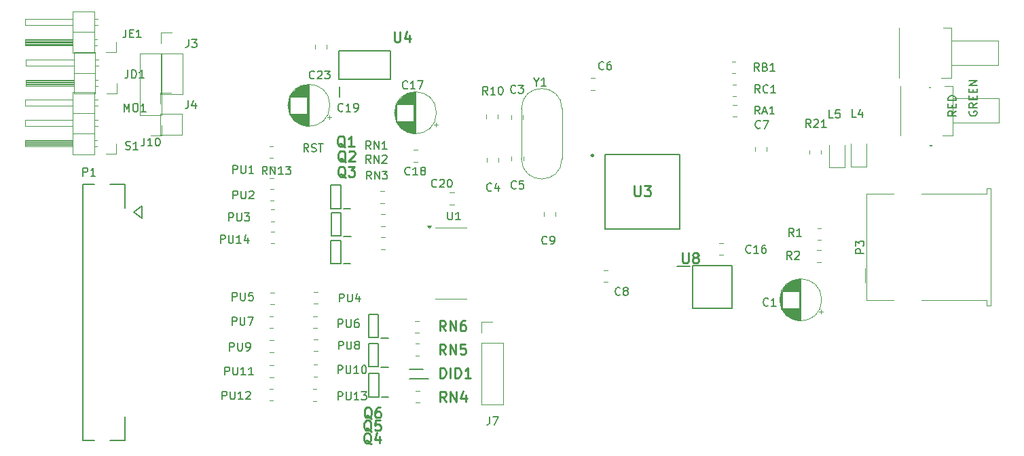
<source format=gbr>
%TF.GenerationSoftware,KiCad,Pcbnew,9.0.5*%
%TF.CreationDate,2025-10-22T22:52:51+01:00*%
%TF.ProjectId,Gotek,476f7465-6b2e-46b6-9963-61645f706362,rev?*%
%TF.SameCoordinates,Original*%
%TF.FileFunction,Legend,Top*%
%TF.FilePolarity,Positive*%
%FSLAX46Y46*%
G04 Gerber Fmt 4.6, Leading zero omitted, Abs format (unit mm)*
G04 Created by KiCad (PCBNEW 9.0.5) date 2025-10-22 22:52:51*
%MOMM*%
%LPD*%
G01*
G04 APERTURE LIST*
%ADD10C,0.150000*%
%ADD11C,0.254000*%
%ADD12C,0.120000*%
%ADD13C,0.100000*%
%ADD14C,0.200000*%
%ADD15C,0.250000*%
%ADD16C,0.152400*%
G04 APERTURE END LIST*
D10*
X207127588Y-67982936D02*
X207079969Y-68078174D01*
X207079969Y-68078174D02*
X207079969Y-68221031D01*
X207079969Y-68221031D02*
X207127588Y-68363888D01*
X207127588Y-68363888D02*
X207222826Y-68459126D01*
X207222826Y-68459126D02*
X207318064Y-68506745D01*
X207318064Y-68506745D02*
X207508540Y-68554364D01*
X207508540Y-68554364D02*
X207651397Y-68554364D01*
X207651397Y-68554364D02*
X207841873Y-68506745D01*
X207841873Y-68506745D02*
X207937111Y-68459126D01*
X207937111Y-68459126D02*
X208032350Y-68363888D01*
X208032350Y-68363888D02*
X208079969Y-68221031D01*
X208079969Y-68221031D02*
X208079969Y-68125793D01*
X208079969Y-68125793D02*
X208032350Y-67982936D01*
X208032350Y-67982936D02*
X207984730Y-67935317D01*
X207984730Y-67935317D02*
X207651397Y-67935317D01*
X207651397Y-67935317D02*
X207651397Y-68125793D01*
X208079969Y-66935317D02*
X207603778Y-67268650D01*
X208079969Y-67506745D02*
X207079969Y-67506745D01*
X207079969Y-67506745D02*
X207079969Y-67125793D01*
X207079969Y-67125793D02*
X207127588Y-67030555D01*
X207127588Y-67030555D02*
X207175207Y-66982936D01*
X207175207Y-66982936D02*
X207270445Y-66935317D01*
X207270445Y-66935317D02*
X207413302Y-66935317D01*
X207413302Y-66935317D02*
X207508540Y-66982936D01*
X207508540Y-66982936D02*
X207556159Y-67030555D01*
X207556159Y-67030555D02*
X207603778Y-67125793D01*
X207603778Y-67125793D02*
X207603778Y-67506745D01*
X207556159Y-66506745D02*
X207556159Y-66173412D01*
X208079969Y-66030555D02*
X208079969Y-66506745D01*
X208079969Y-66506745D02*
X207079969Y-66506745D01*
X207079969Y-66506745D02*
X207079969Y-66030555D01*
X207556159Y-65601983D02*
X207556159Y-65268650D01*
X208079969Y-65125793D02*
X208079969Y-65601983D01*
X208079969Y-65601983D02*
X207079969Y-65601983D01*
X207079969Y-65601983D02*
X207079969Y-65125793D01*
X208079969Y-64697221D02*
X207079969Y-64697221D01*
X207079969Y-64697221D02*
X208079969Y-64125793D01*
X208079969Y-64125793D02*
X207079969Y-64125793D01*
X101920910Y-72710675D02*
X102063767Y-72758294D01*
X102063767Y-72758294D02*
X102301862Y-72758294D01*
X102301862Y-72758294D02*
X102397100Y-72710675D01*
X102397100Y-72710675D02*
X102444719Y-72663055D01*
X102444719Y-72663055D02*
X102492338Y-72567817D01*
X102492338Y-72567817D02*
X102492338Y-72472579D01*
X102492338Y-72472579D02*
X102444719Y-72377341D01*
X102444719Y-72377341D02*
X102397100Y-72329722D01*
X102397100Y-72329722D02*
X102301862Y-72282103D01*
X102301862Y-72282103D02*
X102111386Y-72234484D01*
X102111386Y-72234484D02*
X102016148Y-72186865D01*
X102016148Y-72186865D02*
X101968529Y-72139246D01*
X101968529Y-72139246D02*
X101920910Y-72044008D01*
X101920910Y-72044008D02*
X101920910Y-71948770D01*
X101920910Y-71948770D02*
X101968529Y-71853532D01*
X101968529Y-71853532D02*
X102016148Y-71805913D01*
X102016148Y-71805913D02*
X102111386Y-71758294D01*
X102111386Y-71758294D02*
X102349481Y-71758294D01*
X102349481Y-71758294D02*
X102492338Y-71805913D01*
X103444719Y-72758294D02*
X102873291Y-72758294D01*
X103159005Y-72758294D02*
X103159005Y-71758294D01*
X103159005Y-71758294D02*
X103063767Y-71901151D01*
X103063767Y-71901151D02*
X102968529Y-71996389D01*
X102968529Y-71996389D02*
X102873291Y-72044008D01*
X205463769Y-67935317D02*
X204987578Y-68268650D01*
X205463769Y-68506745D02*
X204463769Y-68506745D01*
X204463769Y-68506745D02*
X204463769Y-68125793D01*
X204463769Y-68125793D02*
X204511388Y-68030555D01*
X204511388Y-68030555D02*
X204559007Y-67982936D01*
X204559007Y-67982936D02*
X204654245Y-67935317D01*
X204654245Y-67935317D02*
X204797102Y-67935317D01*
X204797102Y-67935317D02*
X204892340Y-67982936D01*
X204892340Y-67982936D02*
X204939959Y-68030555D01*
X204939959Y-68030555D02*
X204987578Y-68125793D01*
X204987578Y-68125793D02*
X204987578Y-68506745D01*
X204939959Y-67506745D02*
X204939959Y-67173412D01*
X205463769Y-67030555D02*
X205463769Y-67506745D01*
X205463769Y-67506745D02*
X204463769Y-67506745D01*
X204463769Y-67506745D02*
X204463769Y-67030555D01*
X205463769Y-66601983D02*
X204463769Y-66601983D01*
X204463769Y-66601983D02*
X204463769Y-66363888D01*
X204463769Y-66363888D02*
X204511388Y-66221031D01*
X204511388Y-66221031D02*
X204606626Y-66125793D01*
X204606626Y-66125793D02*
X204701864Y-66078174D01*
X204701864Y-66078174D02*
X204892340Y-66030555D01*
X204892340Y-66030555D02*
X205035197Y-66030555D01*
X205035197Y-66030555D02*
X205225673Y-66078174D01*
X205225673Y-66078174D02*
X205320911Y-66125793D01*
X205320911Y-66125793D02*
X205416150Y-66221031D01*
X205416150Y-66221031D02*
X205463769Y-66363888D01*
X205463769Y-66363888D02*
X205463769Y-66601983D01*
X124726857Y-73024994D02*
X124393524Y-72548803D01*
X124155429Y-73024994D02*
X124155429Y-72024994D01*
X124155429Y-72024994D02*
X124536381Y-72024994D01*
X124536381Y-72024994D02*
X124631619Y-72072613D01*
X124631619Y-72072613D02*
X124679238Y-72120232D01*
X124679238Y-72120232D02*
X124726857Y-72215470D01*
X124726857Y-72215470D02*
X124726857Y-72358327D01*
X124726857Y-72358327D02*
X124679238Y-72453565D01*
X124679238Y-72453565D02*
X124631619Y-72501184D01*
X124631619Y-72501184D02*
X124536381Y-72548803D01*
X124536381Y-72548803D02*
X124155429Y-72548803D01*
X125107810Y-72977375D02*
X125250667Y-73024994D01*
X125250667Y-73024994D02*
X125488762Y-73024994D01*
X125488762Y-73024994D02*
X125584000Y-72977375D01*
X125584000Y-72977375D02*
X125631619Y-72929755D01*
X125631619Y-72929755D02*
X125679238Y-72834517D01*
X125679238Y-72834517D02*
X125679238Y-72739279D01*
X125679238Y-72739279D02*
X125631619Y-72644041D01*
X125631619Y-72644041D02*
X125584000Y-72596422D01*
X125584000Y-72596422D02*
X125488762Y-72548803D01*
X125488762Y-72548803D02*
X125298286Y-72501184D01*
X125298286Y-72501184D02*
X125203048Y-72453565D01*
X125203048Y-72453565D02*
X125155429Y-72405946D01*
X125155429Y-72405946D02*
X125107810Y-72310708D01*
X125107810Y-72310708D02*
X125107810Y-72215470D01*
X125107810Y-72215470D02*
X125155429Y-72120232D01*
X125155429Y-72120232D02*
X125203048Y-72072613D01*
X125203048Y-72072613D02*
X125298286Y-72024994D01*
X125298286Y-72024994D02*
X125536381Y-72024994D01*
X125536381Y-72024994D02*
X125679238Y-72072613D01*
X125964953Y-72024994D02*
X126536381Y-72024994D01*
X126250667Y-73024994D02*
X126250667Y-72024994D01*
X104248051Y-71301894D02*
X104248051Y-72016179D01*
X104248051Y-72016179D02*
X104200432Y-72159036D01*
X104200432Y-72159036D02*
X104105194Y-72254275D01*
X104105194Y-72254275D02*
X103962337Y-72301894D01*
X103962337Y-72301894D02*
X103867099Y-72301894D01*
X105248051Y-72301894D02*
X104676623Y-72301894D01*
X104962337Y-72301894D02*
X104962337Y-71301894D01*
X104962337Y-71301894D02*
X104867099Y-71444751D01*
X104867099Y-71444751D02*
X104771861Y-71539989D01*
X104771861Y-71539989D02*
X104676623Y-71587608D01*
X105867099Y-71301894D02*
X105962337Y-71301894D01*
X105962337Y-71301894D02*
X106057575Y-71349513D01*
X106057575Y-71349513D02*
X106105194Y-71397132D01*
X106105194Y-71397132D02*
X106152813Y-71492370D01*
X106152813Y-71492370D02*
X106200432Y-71682846D01*
X106200432Y-71682846D02*
X106200432Y-71920941D01*
X106200432Y-71920941D02*
X106152813Y-72111417D01*
X106152813Y-72111417D02*
X106105194Y-72206655D01*
X106105194Y-72206655D02*
X106057575Y-72254275D01*
X106057575Y-72254275D02*
X105962337Y-72301894D01*
X105962337Y-72301894D02*
X105867099Y-72301894D01*
X105867099Y-72301894D02*
X105771861Y-72254275D01*
X105771861Y-72254275D02*
X105724242Y-72206655D01*
X105724242Y-72206655D02*
X105676623Y-72111417D01*
X105676623Y-72111417D02*
X105629004Y-71920941D01*
X105629004Y-71920941D02*
X105629004Y-71682846D01*
X105629004Y-71682846D02*
X105676623Y-71492370D01*
X105676623Y-71492370D02*
X105724242Y-71397132D01*
X105724242Y-71397132D02*
X105771861Y-71349513D01*
X105771861Y-71349513D02*
X105867099Y-71301894D01*
X180901933Y-62938819D02*
X180568600Y-62462628D01*
X180330505Y-62938819D02*
X180330505Y-61938819D01*
X180330505Y-61938819D02*
X180711457Y-61938819D01*
X180711457Y-61938819D02*
X180806695Y-61986438D01*
X180806695Y-61986438D02*
X180854314Y-62034057D01*
X180854314Y-62034057D02*
X180901933Y-62129295D01*
X180901933Y-62129295D02*
X180901933Y-62272152D01*
X180901933Y-62272152D02*
X180854314Y-62367390D01*
X180854314Y-62367390D02*
X180806695Y-62415009D01*
X180806695Y-62415009D02*
X180711457Y-62462628D01*
X180711457Y-62462628D02*
X180330505Y-62462628D01*
X181663838Y-62415009D02*
X181806695Y-62462628D01*
X181806695Y-62462628D02*
X181854314Y-62510247D01*
X181854314Y-62510247D02*
X181901933Y-62605485D01*
X181901933Y-62605485D02*
X181901933Y-62748342D01*
X181901933Y-62748342D02*
X181854314Y-62843580D01*
X181854314Y-62843580D02*
X181806695Y-62891200D01*
X181806695Y-62891200D02*
X181711457Y-62938819D01*
X181711457Y-62938819D02*
X181330505Y-62938819D01*
X181330505Y-62938819D02*
X181330505Y-61938819D01*
X181330505Y-61938819D02*
X181663838Y-61938819D01*
X181663838Y-61938819D02*
X181759076Y-61986438D01*
X181759076Y-61986438D02*
X181806695Y-62034057D01*
X181806695Y-62034057D02*
X181854314Y-62129295D01*
X181854314Y-62129295D02*
X181854314Y-62224533D01*
X181854314Y-62224533D02*
X181806695Y-62319771D01*
X181806695Y-62319771D02*
X181759076Y-62367390D01*
X181759076Y-62367390D02*
X181663838Y-62415009D01*
X181663838Y-62415009D02*
X181330505Y-62415009D01*
X182854314Y-62938819D02*
X182282886Y-62938819D01*
X182568600Y-62938819D02*
X182568600Y-61938819D01*
X182568600Y-61938819D02*
X182473362Y-62081676D01*
X182473362Y-62081676D02*
X182378124Y-62176914D01*
X182378124Y-62176914D02*
X182282886Y-62224533D01*
X147313641Y-106153919D02*
X147313641Y-106868204D01*
X147313641Y-106868204D02*
X147266022Y-107011061D01*
X147266022Y-107011061D02*
X147170784Y-107106300D01*
X147170784Y-107106300D02*
X147027927Y-107153919D01*
X147027927Y-107153919D02*
X146932689Y-107153919D01*
X147694594Y-106153919D02*
X148361260Y-106153919D01*
X148361260Y-106153919D02*
X147932689Y-107153919D01*
X115251070Y-91634469D02*
X115251070Y-90634469D01*
X115251070Y-90634469D02*
X115632022Y-90634469D01*
X115632022Y-90634469D02*
X115727260Y-90682088D01*
X115727260Y-90682088D02*
X115774879Y-90729707D01*
X115774879Y-90729707D02*
X115822498Y-90824945D01*
X115822498Y-90824945D02*
X115822498Y-90967802D01*
X115822498Y-90967802D02*
X115774879Y-91063040D01*
X115774879Y-91063040D02*
X115727260Y-91110659D01*
X115727260Y-91110659D02*
X115632022Y-91158278D01*
X115632022Y-91158278D02*
X115251070Y-91158278D01*
X116251070Y-90634469D02*
X116251070Y-91443992D01*
X116251070Y-91443992D02*
X116298689Y-91539230D01*
X116298689Y-91539230D02*
X116346308Y-91586850D01*
X116346308Y-91586850D02*
X116441546Y-91634469D01*
X116441546Y-91634469D02*
X116632022Y-91634469D01*
X116632022Y-91634469D02*
X116727260Y-91586850D01*
X116727260Y-91586850D02*
X116774879Y-91539230D01*
X116774879Y-91539230D02*
X116822498Y-91443992D01*
X116822498Y-91443992D02*
X116822498Y-90634469D01*
X117774879Y-90634469D02*
X117298689Y-90634469D01*
X117298689Y-90634469D02*
X117251070Y-91110659D01*
X117251070Y-91110659D02*
X117298689Y-91063040D01*
X117298689Y-91063040D02*
X117393927Y-91015421D01*
X117393927Y-91015421D02*
X117632022Y-91015421D01*
X117632022Y-91015421D02*
X117727260Y-91063040D01*
X117727260Y-91063040D02*
X117774879Y-91110659D01*
X117774879Y-91110659D02*
X117822498Y-91205897D01*
X117822498Y-91205897D02*
X117822498Y-91443992D01*
X117822498Y-91443992D02*
X117774879Y-91539230D01*
X117774879Y-91539230D02*
X117727260Y-91586850D01*
X117727260Y-91586850D02*
X117632022Y-91634469D01*
X117632022Y-91634469D02*
X117393927Y-91634469D01*
X117393927Y-91634469D02*
X117298689Y-91586850D01*
X117298689Y-91586850D02*
X117251070Y-91539230D01*
X147556558Y-77858155D02*
X147508939Y-77905775D01*
X147508939Y-77905775D02*
X147366082Y-77953394D01*
X147366082Y-77953394D02*
X147270844Y-77953394D01*
X147270844Y-77953394D02*
X147127987Y-77905775D01*
X147127987Y-77905775D02*
X147032749Y-77810536D01*
X147032749Y-77810536D02*
X146985130Y-77715298D01*
X146985130Y-77715298D02*
X146937511Y-77524822D01*
X146937511Y-77524822D02*
X146937511Y-77381965D01*
X146937511Y-77381965D02*
X146985130Y-77191489D01*
X146985130Y-77191489D02*
X147032749Y-77096251D01*
X147032749Y-77096251D02*
X147127987Y-77001013D01*
X147127987Y-77001013D02*
X147270844Y-76953394D01*
X147270844Y-76953394D02*
X147366082Y-76953394D01*
X147366082Y-76953394D02*
X147508939Y-77001013D01*
X147508939Y-77001013D02*
X147556558Y-77048632D01*
X148413701Y-77286727D02*
X148413701Y-77953394D01*
X148175606Y-76905775D02*
X147937511Y-77620060D01*
X147937511Y-77620060D02*
X148556558Y-77620060D01*
X182052933Y-92212330D02*
X182005314Y-92259950D01*
X182005314Y-92259950D02*
X181862457Y-92307569D01*
X181862457Y-92307569D02*
X181767219Y-92307569D01*
X181767219Y-92307569D02*
X181624362Y-92259950D01*
X181624362Y-92259950D02*
X181529124Y-92164711D01*
X181529124Y-92164711D02*
X181481505Y-92069473D01*
X181481505Y-92069473D02*
X181433886Y-91878997D01*
X181433886Y-91878997D02*
X181433886Y-91736140D01*
X181433886Y-91736140D02*
X181481505Y-91545664D01*
X181481505Y-91545664D02*
X181529124Y-91450426D01*
X181529124Y-91450426D02*
X181624362Y-91355188D01*
X181624362Y-91355188D02*
X181767219Y-91307569D01*
X181767219Y-91307569D02*
X181862457Y-91307569D01*
X181862457Y-91307569D02*
X182005314Y-91355188D01*
X182005314Y-91355188D02*
X182052933Y-91402807D01*
X183005314Y-92307569D02*
X182433886Y-92307569D01*
X182719600Y-92307569D02*
X182719600Y-91307569D01*
X182719600Y-91307569D02*
X182624362Y-91450426D01*
X182624362Y-91450426D02*
X182529124Y-91545664D01*
X182529124Y-91545664D02*
X182433886Y-91593283D01*
D11*
X132584522Y-107988045D02*
X132463570Y-107927569D01*
X132463570Y-107927569D02*
X132342617Y-107806617D01*
X132342617Y-107806617D02*
X132161189Y-107625188D01*
X132161189Y-107625188D02*
X132040236Y-107564712D01*
X132040236Y-107564712D02*
X131919284Y-107564712D01*
X131979760Y-107867093D02*
X131858808Y-107806617D01*
X131858808Y-107806617D02*
X131737855Y-107685664D01*
X131737855Y-107685664D02*
X131677379Y-107443759D01*
X131677379Y-107443759D02*
X131677379Y-107020426D01*
X131677379Y-107020426D02*
X131737855Y-106778521D01*
X131737855Y-106778521D02*
X131858808Y-106657569D01*
X131858808Y-106657569D02*
X131979760Y-106597093D01*
X131979760Y-106597093D02*
X132221665Y-106597093D01*
X132221665Y-106597093D02*
X132342617Y-106657569D01*
X132342617Y-106657569D02*
X132463570Y-106778521D01*
X132463570Y-106778521D02*
X132524046Y-107020426D01*
X132524046Y-107020426D02*
X132524046Y-107443759D01*
X132524046Y-107443759D02*
X132463570Y-107685664D01*
X132463570Y-107685664D02*
X132342617Y-107806617D01*
X132342617Y-107806617D02*
X132221665Y-107867093D01*
X132221665Y-107867093D02*
X131979760Y-107867093D01*
X133673093Y-106597093D02*
X133068331Y-106597093D01*
X133068331Y-106597093D02*
X133007855Y-107201855D01*
X133007855Y-107201855D02*
X133068331Y-107141378D01*
X133068331Y-107141378D02*
X133189284Y-107080902D01*
X133189284Y-107080902D02*
X133491665Y-107080902D01*
X133491665Y-107080902D02*
X133612617Y-107141378D01*
X133612617Y-107141378D02*
X133673093Y-107201855D01*
X133673093Y-107201855D02*
X133733570Y-107322807D01*
X133733570Y-107322807D02*
X133733570Y-107625188D01*
X133733570Y-107625188D02*
X133673093Y-107746140D01*
X133673093Y-107746140D02*
X133612617Y-107806617D01*
X133612617Y-107806617D02*
X133491665Y-107867093D01*
X133491665Y-107867093D02*
X133189284Y-107867093D01*
X133189284Y-107867093D02*
X133068331Y-107806617D01*
X133068331Y-107806617D02*
X133007855Y-107746140D01*
X141880495Y-104250768D02*
X141457161Y-103646006D01*
X141154780Y-104250768D02*
X141154780Y-102980768D01*
X141154780Y-102980768D02*
X141638590Y-102980768D01*
X141638590Y-102980768D02*
X141759542Y-103041244D01*
X141759542Y-103041244D02*
X141820019Y-103101720D01*
X141820019Y-103101720D02*
X141880495Y-103222672D01*
X141880495Y-103222672D02*
X141880495Y-103404101D01*
X141880495Y-103404101D02*
X141820019Y-103525053D01*
X141820019Y-103525053D02*
X141759542Y-103585530D01*
X141759542Y-103585530D02*
X141638590Y-103646006D01*
X141638590Y-103646006D02*
X141154780Y-103646006D01*
X142424780Y-104250768D02*
X142424780Y-102980768D01*
X142424780Y-102980768D02*
X143150495Y-104250768D01*
X143150495Y-104250768D02*
X143150495Y-102980768D01*
X144299542Y-103404101D02*
X144299542Y-104250768D01*
X143997161Y-102920292D02*
X143694780Y-103827434D01*
X143694780Y-103827434D02*
X144480971Y-103827434D01*
X132606572Y-106383995D02*
X132485620Y-106323519D01*
X132485620Y-106323519D02*
X132364667Y-106202567D01*
X132364667Y-106202567D02*
X132183239Y-106021138D01*
X132183239Y-106021138D02*
X132062286Y-105960662D01*
X132062286Y-105960662D02*
X131941334Y-105960662D01*
X132001810Y-106263043D02*
X131880858Y-106202567D01*
X131880858Y-106202567D02*
X131759905Y-106081614D01*
X131759905Y-106081614D02*
X131699429Y-105839709D01*
X131699429Y-105839709D02*
X131699429Y-105416376D01*
X131699429Y-105416376D02*
X131759905Y-105174471D01*
X131759905Y-105174471D02*
X131880858Y-105053519D01*
X131880858Y-105053519D02*
X132001810Y-104993043D01*
X132001810Y-104993043D02*
X132243715Y-104993043D01*
X132243715Y-104993043D02*
X132364667Y-105053519D01*
X132364667Y-105053519D02*
X132485620Y-105174471D01*
X132485620Y-105174471D02*
X132546096Y-105416376D01*
X132546096Y-105416376D02*
X132546096Y-105839709D01*
X132546096Y-105839709D02*
X132485620Y-106081614D01*
X132485620Y-106081614D02*
X132364667Y-106202567D01*
X132364667Y-106202567D02*
X132243715Y-106263043D01*
X132243715Y-106263043D02*
X132001810Y-106263043D01*
X133634667Y-104993043D02*
X133392762Y-104993043D01*
X133392762Y-104993043D02*
X133271810Y-105053519D01*
X133271810Y-105053519D02*
X133211334Y-105113995D01*
X133211334Y-105113995D02*
X133090381Y-105295424D01*
X133090381Y-105295424D02*
X133029905Y-105537328D01*
X133029905Y-105537328D02*
X133029905Y-106021138D01*
X133029905Y-106021138D02*
X133090381Y-106142090D01*
X133090381Y-106142090D02*
X133150858Y-106202567D01*
X133150858Y-106202567D02*
X133271810Y-106263043D01*
X133271810Y-106263043D02*
X133513715Y-106263043D01*
X133513715Y-106263043D02*
X133634667Y-106202567D01*
X133634667Y-106202567D02*
X133695143Y-106142090D01*
X133695143Y-106142090D02*
X133755620Y-106021138D01*
X133755620Y-106021138D02*
X133755620Y-105718757D01*
X133755620Y-105718757D02*
X133695143Y-105597805D01*
X133695143Y-105597805D02*
X133634667Y-105537328D01*
X133634667Y-105537328D02*
X133513715Y-105476852D01*
X133513715Y-105476852D02*
X133271810Y-105476852D01*
X133271810Y-105476852D02*
X133150858Y-105537328D01*
X133150858Y-105537328D02*
X133090381Y-105597805D01*
X133090381Y-105597805D02*
X133029905Y-105718757D01*
D10*
X190142833Y-68799594D02*
X189666643Y-68799594D01*
X189666643Y-68799594D02*
X189666643Y-67799594D01*
X190952357Y-67799594D02*
X190476167Y-67799594D01*
X190476167Y-67799594D02*
X190428548Y-68275784D01*
X190428548Y-68275784D02*
X190476167Y-68228165D01*
X190476167Y-68228165D02*
X190571405Y-68180546D01*
X190571405Y-68180546D02*
X190809500Y-68180546D01*
X190809500Y-68180546D02*
X190904738Y-68228165D01*
X190904738Y-68228165D02*
X190952357Y-68275784D01*
X190952357Y-68275784D02*
X190999976Y-68371022D01*
X190999976Y-68371022D02*
X190999976Y-68609117D01*
X190999976Y-68609117D02*
X190952357Y-68704355D01*
X190952357Y-68704355D02*
X190904738Y-68751975D01*
X190904738Y-68751975D02*
X190809500Y-68799594D01*
X190809500Y-68799594D02*
X190571405Y-68799594D01*
X190571405Y-68799594D02*
X190476167Y-68751975D01*
X190476167Y-68751975D02*
X190428548Y-68704355D01*
X140697892Y-77372380D02*
X140650273Y-77420000D01*
X140650273Y-77420000D02*
X140507416Y-77467619D01*
X140507416Y-77467619D02*
X140412178Y-77467619D01*
X140412178Y-77467619D02*
X140269321Y-77420000D01*
X140269321Y-77420000D02*
X140174083Y-77324761D01*
X140174083Y-77324761D02*
X140126464Y-77229523D01*
X140126464Y-77229523D02*
X140078845Y-77039047D01*
X140078845Y-77039047D02*
X140078845Y-76896190D01*
X140078845Y-76896190D02*
X140126464Y-76705714D01*
X140126464Y-76705714D02*
X140174083Y-76610476D01*
X140174083Y-76610476D02*
X140269321Y-76515238D01*
X140269321Y-76515238D02*
X140412178Y-76467619D01*
X140412178Y-76467619D02*
X140507416Y-76467619D01*
X140507416Y-76467619D02*
X140650273Y-76515238D01*
X140650273Y-76515238D02*
X140697892Y-76562857D01*
X141078845Y-76562857D02*
X141126464Y-76515238D01*
X141126464Y-76515238D02*
X141221702Y-76467619D01*
X141221702Y-76467619D02*
X141459797Y-76467619D01*
X141459797Y-76467619D02*
X141555035Y-76515238D01*
X141555035Y-76515238D02*
X141602654Y-76562857D01*
X141602654Y-76562857D02*
X141650273Y-76658095D01*
X141650273Y-76658095D02*
X141650273Y-76753333D01*
X141650273Y-76753333D02*
X141602654Y-76896190D01*
X141602654Y-76896190D02*
X141031226Y-77467619D01*
X141031226Y-77467619D02*
X141650273Y-77467619D01*
X142269321Y-76467619D02*
X142364559Y-76467619D01*
X142364559Y-76467619D02*
X142459797Y-76515238D01*
X142459797Y-76515238D02*
X142507416Y-76562857D01*
X142507416Y-76562857D02*
X142555035Y-76658095D01*
X142555035Y-76658095D02*
X142602654Y-76848571D01*
X142602654Y-76848571D02*
X142602654Y-77086666D01*
X142602654Y-77086666D02*
X142555035Y-77277142D01*
X142555035Y-77277142D02*
X142507416Y-77372380D01*
X142507416Y-77372380D02*
X142459797Y-77420000D01*
X142459797Y-77420000D02*
X142364559Y-77467619D01*
X142364559Y-77467619D02*
X142269321Y-77467619D01*
X142269321Y-77467619D02*
X142174083Y-77420000D01*
X142174083Y-77420000D02*
X142126464Y-77372380D01*
X142126464Y-77372380D02*
X142078845Y-77277142D01*
X142078845Y-77277142D02*
X142031226Y-77086666D01*
X142031226Y-77086666D02*
X142031226Y-76848571D01*
X142031226Y-76848571D02*
X142078845Y-76658095D01*
X142078845Y-76658095D02*
X142126464Y-76562857D01*
X142126464Y-76562857D02*
X142174083Y-76515238D01*
X142174083Y-76515238D02*
X142269321Y-76467619D01*
X181001936Y-68333144D02*
X180668603Y-67856953D01*
X180430508Y-68333144D02*
X180430508Y-67333144D01*
X180430508Y-67333144D02*
X180811460Y-67333144D01*
X180811460Y-67333144D02*
X180906698Y-67380763D01*
X180906698Y-67380763D02*
X180954317Y-67428382D01*
X180954317Y-67428382D02*
X181001936Y-67523620D01*
X181001936Y-67523620D02*
X181001936Y-67666477D01*
X181001936Y-67666477D02*
X180954317Y-67761715D01*
X180954317Y-67761715D02*
X180906698Y-67809334D01*
X180906698Y-67809334D02*
X180811460Y-67856953D01*
X180811460Y-67856953D02*
X180430508Y-67856953D01*
X181382889Y-68047429D02*
X181859079Y-68047429D01*
X181287651Y-68333144D02*
X181620984Y-67333144D01*
X181620984Y-67333144D02*
X181954317Y-68333144D01*
X182811460Y-68333144D02*
X182240032Y-68333144D01*
X182525746Y-68333144D02*
X182525746Y-67333144D01*
X182525746Y-67333144D02*
X182430508Y-67476001D01*
X182430508Y-67476001D02*
X182335270Y-67571239D01*
X182335270Y-67571239D02*
X182240032Y-67618858D01*
X137066930Y-65088305D02*
X137019311Y-65135925D01*
X137019311Y-65135925D02*
X136876454Y-65183544D01*
X136876454Y-65183544D02*
X136781216Y-65183544D01*
X136781216Y-65183544D02*
X136638359Y-65135925D01*
X136638359Y-65135925D02*
X136543121Y-65040686D01*
X136543121Y-65040686D02*
X136495502Y-64945448D01*
X136495502Y-64945448D02*
X136447883Y-64754972D01*
X136447883Y-64754972D02*
X136447883Y-64612115D01*
X136447883Y-64612115D02*
X136495502Y-64421639D01*
X136495502Y-64421639D02*
X136543121Y-64326401D01*
X136543121Y-64326401D02*
X136638359Y-64231163D01*
X136638359Y-64231163D02*
X136781216Y-64183544D01*
X136781216Y-64183544D02*
X136876454Y-64183544D01*
X136876454Y-64183544D02*
X137019311Y-64231163D01*
X137019311Y-64231163D02*
X137066930Y-64278782D01*
X138019311Y-65183544D02*
X137447883Y-65183544D01*
X137733597Y-65183544D02*
X137733597Y-64183544D01*
X137733597Y-64183544D02*
X137638359Y-64326401D01*
X137638359Y-64326401D02*
X137543121Y-64421639D01*
X137543121Y-64421639D02*
X137447883Y-64469258D01*
X138352645Y-64183544D02*
X139019311Y-64183544D01*
X139019311Y-64183544D02*
X138590740Y-65183544D01*
X113974780Y-103975694D02*
X113974780Y-102975694D01*
X113974780Y-102975694D02*
X114355732Y-102975694D01*
X114355732Y-102975694D02*
X114450970Y-103023313D01*
X114450970Y-103023313D02*
X114498589Y-103070932D01*
X114498589Y-103070932D02*
X114546208Y-103166170D01*
X114546208Y-103166170D02*
X114546208Y-103309027D01*
X114546208Y-103309027D02*
X114498589Y-103404265D01*
X114498589Y-103404265D02*
X114450970Y-103451884D01*
X114450970Y-103451884D02*
X114355732Y-103499503D01*
X114355732Y-103499503D02*
X113974780Y-103499503D01*
X114974780Y-102975694D02*
X114974780Y-103785217D01*
X114974780Y-103785217D02*
X115022399Y-103880455D01*
X115022399Y-103880455D02*
X115070018Y-103928075D01*
X115070018Y-103928075D02*
X115165256Y-103975694D01*
X115165256Y-103975694D02*
X115355732Y-103975694D01*
X115355732Y-103975694D02*
X115450970Y-103928075D01*
X115450970Y-103928075D02*
X115498589Y-103880455D01*
X115498589Y-103880455D02*
X115546208Y-103785217D01*
X115546208Y-103785217D02*
X115546208Y-102975694D01*
X116546208Y-103975694D02*
X115974780Y-103975694D01*
X116260494Y-103975694D02*
X116260494Y-102975694D01*
X116260494Y-102975694D02*
X116165256Y-103118551D01*
X116165256Y-103118551D02*
X116070018Y-103213789D01*
X116070018Y-103213789D02*
X115974780Y-103261408D01*
X116927161Y-103070932D02*
X116974780Y-103023313D01*
X116974780Y-103023313D02*
X117070018Y-102975694D01*
X117070018Y-102975694D02*
X117308113Y-102975694D01*
X117308113Y-102975694D02*
X117403351Y-103023313D01*
X117403351Y-103023313D02*
X117450970Y-103070932D01*
X117450970Y-103070932D02*
X117498589Y-103166170D01*
X117498589Y-103166170D02*
X117498589Y-103261408D01*
X117498589Y-103261408D02*
X117450970Y-103404265D01*
X117450970Y-103404265D02*
X116879542Y-103975694D01*
X116879542Y-103975694D02*
X117498589Y-103975694D01*
X161544883Y-62678480D02*
X161497264Y-62726100D01*
X161497264Y-62726100D02*
X161354407Y-62773719D01*
X161354407Y-62773719D02*
X161259169Y-62773719D01*
X161259169Y-62773719D02*
X161116312Y-62726100D01*
X161116312Y-62726100D02*
X161021074Y-62630861D01*
X161021074Y-62630861D02*
X160973455Y-62535623D01*
X160973455Y-62535623D02*
X160925836Y-62345147D01*
X160925836Y-62345147D02*
X160925836Y-62202290D01*
X160925836Y-62202290D02*
X160973455Y-62011814D01*
X160973455Y-62011814D02*
X161021074Y-61916576D01*
X161021074Y-61916576D02*
X161116312Y-61821338D01*
X161116312Y-61821338D02*
X161259169Y-61773719D01*
X161259169Y-61773719D02*
X161354407Y-61773719D01*
X161354407Y-61773719D02*
X161497264Y-61821338D01*
X161497264Y-61821338D02*
X161544883Y-61868957D01*
X162402026Y-61773719D02*
X162211550Y-61773719D01*
X162211550Y-61773719D02*
X162116312Y-61821338D01*
X162116312Y-61821338D02*
X162068693Y-61868957D01*
X162068693Y-61868957D02*
X161973455Y-62011814D01*
X161973455Y-62011814D02*
X161925836Y-62202290D01*
X161925836Y-62202290D02*
X161925836Y-62583242D01*
X161925836Y-62583242D02*
X161973455Y-62678480D01*
X161973455Y-62678480D02*
X162021074Y-62726100D01*
X162021074Y-62726100D02*
X162116312Y-62773719D01*
X162116312Y-62773719D02*
X162306788Y-62773719D01*
X162306788Y-62773719D02*
X162402026Y-62726100D01*
X162402026Y-62726100D02*
X162449645Y-62678480D01*
X162449645Y-62678480D02*
X162497264Y-62583242D01*
X162497264Y-62583242D02*
X162497264Y-62345147D01*
X162497264Y-62345147D02*
X162449645Y-62249909D01*
X162449645Y-62249909D02*
X162402026Y-62202290D01*
X162402026Y-62202290D02*
X162306788Y-62154671D01*
X162306788Y-62154671D02*
X162116312Y-62154671D01*
X162116312Y-62154671D02*
X162021074Y-62202290D01*
X162021074Y-62202290D02*
X161973455Y-62249909D01*
X161973455Y-62249909D02*
X161925836Y-62345147D01*
X128417855Y-104039194D02*
X128417855Y-103039194D01*
X128417855Y-103039194D02*
X128798807Y-103039194D01*
X128798807Y-103039194D02*
X128894045Y-103086813D01*
X128894045Y-103086813D02*
X128941664Y-103134432D01*
X128941664Y-103134432D02*
X128989283Y-103229670D01*
X128989283Y-103229670D02*
X128989283Y-103372527D01*
X128989283Y-103372527D02*
X128941664Y-103467765D01*
X128941664Y-103467765D02*
X128894045Y-103515384D01*
X128894045Y-103515384D02*
X128798807Y-103563003D01*
X128798807Y-103563003D02*
X128417855Y-103563003D01*
X129417855Y-103039194D02*
X129417855Y-103848717D01*
X129417855Y-103848717D02*
X129465474Y-103943955D01*
X129465474Y-103943955D02*
X129513093Y-103991575D01*
X129513093Y-103991575D02*
X129608331Y-104039194D01*
X129608331Y-104039194D02*
X129798807Y-104039194D01*
X129798807Y-104039194D02*
X129894045Y-103991575D01*
X129894045Y-103991575D02*
X129941664Y-103943955D01*
X129941664Y-103943955D02*
X129989283Y-103848717D01*
X129989283Y-103848717D02*
X129989283Y-103039194D01*
X130989283Y-104039194D02*
X130417855Y-104039194D01*
X130703569Y-104039194D02*
X130703569Y-103039194D01*
X130703569Y-103039194D02*
X130608331Y-103182051D01*
X130608331Y-103182051D02*
X130513093Y-103277289D01*
X130513093Y-103277289D02*
X130417855Y-103324908D01*
X131322617Y-103039194D02*
X131941664Y-103039194D01*
X131941664Y-103039194D02*
X131608331Y-103420146D01*
X131608331Y-103420146D02*
X131751188Y-103420146D01*
X131751188Y-103420146D02*
X131846426Y-103467765D01*
X131846426Y-103467765D02*
X131894045Y-103515384D01*
X131894045Y-103515384D02*
X131941664Y-103610622D01*
X131941664Y-103610622D02*
X131941664Y-103848717D01*
X131941664Y-103848717D02*
X131894045Y-103943955D01*
X131894045Y-103943955D02*
X131846426Y-103991575D01*
X131846426Y-103991575D02*
X131751188Y-104039194D01*
X131751188Y-104039194D02*
X131465474Y-104039194D01*
X131465474Y-104039194D02*
X131370236Y-103991575D01*
X131370236Y-103991575D02*
X131322617Y-103943955D01*
X115330445Y-78918594D02*
X115330445Y-77918594D01*
X115330445Y-77918594D02*
X115711397Y-77918594D01*
X115711397Y-77918594D02*
X115806635Y-77966213D01*
X115806635Y-77966213D02*
X115854254Y-78013832D01*
X115854254Y-78013832D02*
X115901873Y-78109070D01*
X115901873Y-78109070D02*
X115901873Y-78251927D01*
X115901873Y-78251927D02*
X115854254Y-78347165D01*
X115854254Y-78347165D02*
X115806635Y-78394784D01*
X115806635Y-78394784D02*
X115711397Y-78442403D01*
X115711397Y-78442403D02*
X115330445Y-78442403D01*
X116330445Y-77918594D02*
X116330445Y-78728117D01*
X116330445Y-78728117D02*
X116378064Y-78823355D01*
X116378064Y-78823355D02*
X116425683Y-78870975D01*
X116425683Y-78870975D02*
X116520921Y-78918594D01*
X116520921Y-78918594D02*
X116711397Y-78918594D01*
X116711397Y-78918594D02*
X116806635Y-78870975D01*
X116806635Y-78870975D02*
X116854254Y-78823355D01*
X116854254Y-78823355D02*
X116901873Y-78728117D01*
X116901873Y-78728117D02*
X116901873Y-77918594D01*
X117330445Y-78013832D02*
X117378064Y-77966213D01*
X117378064Y-77966213D02*
X117473302Y-77918594D01*
X117473302Y-77918594D02*
X117711397Y-77918594D01*
X117711397Y-77918594D02*
X117806635Y-77966213D01*
X117806635Y-77966213D02*
X117854254Y-78013832D01*
X117854254Y-78013832D02*
X117901873Y-78109070D01*
X117901873Y-78109070D02*
X117901873Y-78204308D01*
X117901873Y-78204308D02*
X117854254Y-78347165D01*
X117854254Y-78347165D02*
X117282826Y-78918594D01*
X117282826Y-78918594D02*
X117901873Y-78918594D01*
X114317680Y-100921344D02*
X114317680Y-99921344D01*
X114317680Y-99921344D02*
X114698632Y-99921344D01*
X114698632Y-99921344D02*
X114793870Y-99968963D01*
X114793870Y-99968963D02*
X114841489Y-100016582D01*
X114841489Y-100016582D02*
X114889108Y-100111820D01*
X114889108Y-100111820D02*
X114889108Y-100254677D01*
X114889108Y-100254677D02*
X114841489Y-100349915D01*
X114841489Y-100349915D02*
X114793870Y-100397534D01*
X114793870Y-100397534D02*
X114698632Y-100445153D01*
X114698632Y-100445153D02*
X114317680Y-100445153D01*
X115317680Y-99921344D02*
X115317680Y-100730867D01*
X115317680Y-100730867D02*
X115365299Y-100826105D01*
X115365299Y-100826105D02*
X115412918Y-100873725D01*
X115412918Y-100873725D02*
X115508156Y-100921344D01*
X115508156Y-100921344D02*
X115698632Y-100921344D01*
X115698632Y-100921344D02*
X115793870Y-100873725D01*
X115793870Y-100873725D02*
X115841489Y-100826105D01*
X115841489Y-100826105D02*
X115889108Y-100730867D01*
X115889108Y-100730867D02*
X115889108Y-99921344D01*
X116889108Y-100921344D02*
X116317680Y-100921344D01*
X116603394Y-100921344D02*
X116603394Y-99921344D01*
X116603394Y-99921344D02*
X116508156Y-100064201D01*
X116508156Y-100064201D02*
X116412918Y-100159439D01*
X116412918Y-100159439D02*
X116317680Y-100207058D01*
X117841489Y-100921344D02*
X117270061Y-100921344D01*
X117555775Y-100921344D02*
X117555775Y-99921344D01*
X117555775Y-99921344D02*
X117460537Y-100064201D01*
X117460537Y-100064201D02*
X117365299Y-100159439D01*
X117365299Y-100159439D02*
X117270061Y-100207058D01*
D11*
X129323797Y-76247570D02*
X129202845Y-76187094D01*
X129202845Y-76187094D02*
X129081892Y-76066142D01*
X129081892Y-76066142D02*
X128900464Y-75884713D01*
X128900464Y-75884713D02*
X128779511Y-75824237D01*
X128779511Y-75824237D02*
X128658559Y-75824237D01*
X128719035Y-76126618D02*
X128598083Y-76066142D01*
X128598083Y-76066142D02*
X128477130Y-75945189D01*
X128477130Y-75945189D02*
X128416654Y-75703284D01*
X128416654Y-75703284D02*
X128416654Y-75279951D01*
X128416654Y-75279951D02*
X128477130Y-75038046D01*
X128477130Y-75038046D02*
X128598083Y-74917094D01*
X128598083Y-74917094D02*
X128719035Y-74856618D01*
X128719035Y-74856618D02*
X128960940Y-74856618D01*
X128960940Y-74856618D02*
X129081892Y-74917094D01*
X129081892Y-74917094D02*
X129202845Y-75038046D01*
X129202845Y-75038046D02*
X129263321Y-75279951D01*
X129263321Y-75279951D02*
X129263321Y-75703284D01*
X129263321Y-75703284D02*
X129202845Y-75945189D01*
X129202845Y-75945189D02*
X129081892Y-76066142D01*
X129081892Y-76066142D02*
X128960940Y-76126618D01*
X128960940Y-76126618D02*
X128719035Y-76126618D01*
X129686654Y-74856618D02*
X130472845Y-74856618D01*
X130472845Y-74856618D02*
X130049511Y-75340427D01*
X130049511Y-75340427D02*
X130230940Y-75340427D01*
X130230940Y-75340427D02*
X130351892Y-75400903D01*
X130351892Y-75400903D02*
X130412368Y-75461380D01*
X130412368Y-75461380D02*
X130472845Y-75582332D01*
X130472845Y-75582332D02*
X130472845Y-75884713D01*
X130472845Y-75884713D02*
X130412368Y-76005665D01*
X130412368Y-76005665D02*
X130351892Y-76066142D01*
X130351892Y-76066142D02*
X130230940Y-76126618D01*
X130230940Y-76126618D02*
X129868083Y-76126618D01*
X129868083Y-76126618D02*
X129747130Y-76066142D01*
X129747130Y-76066142D02*
X129686654Y-76005665D01*
D10*
X102211441Y-62819644D02*
X102211441Y-63533929D01*
X102211441Y-63533929D02*
X102163822Y-63676786D01*
X102163822Y-63676786D02*
X102068584Y-63772025D01*
X102068584Y-63772025D02*
X101925727Y-63819644D01*
X101925727Y-63819644D02*
X101830489Y-63819644D01*
X102687632Y-63819644D02*
X102687632Y-62819644D01*
X102687632Y-62819644D02*
X102925727Y-62819644D01*
X102925727Y-62819644D02*
X103068584Y-62867263D01*
X103068584Y-62867263D02*
X103163822Y-62962501D01*
X103163822Y-62962501D02*
X103211441Y-63057739D01*
X103211441Y-63057739D02*
X103259060Y-63248215D01*
X103259060Y-63248215D02*
X103259060Y-63391072D01*
X103259060Y-63391072D02*
X103211441Y-63581548D01*
X103211441Y-63581548D02*
X103163822Y-63676786D01*
X103163822Y-63676786D02*
X103068584Y-63772025D01*
X103068584Y-63772025D02*
X102925727Y-63819644D01*
X102925727Y-63819644D02*
X102687632Y-63819644D01*
X104211441Y-63819644D02*
X103640013Y-63819644D01*
X103925727Y-63819644D02*
X103925727Y-62819644D01*
X103925727Y-62819644D02*
X103830489Y-62962501D01*
X103830489Y-62962501D02*
X103735251Y-63057739D01*
X103735251Y-63057739D02*
X103640013Y-63105358D01*
X114898645Y-97889219D02*
X114898645Y-96889219D01*
X114898645Y-96889219D02*
X115279597Y-96889219D01*
X115279597Y-96889219D02*
X115374835Y-96936838D01*
X115374835Y-96936838D02*
X115422454Y-96984457D01*
X115422454Y-96984457D02*
X115470073Y-97079695D01*
X115470073Y-97079695D02*
X115470073Y-97222552D01*
X115470073Y-97222552D02*
X115422454Y-97317790D01*
X115422454Y-97317790D02*
X115374835Y-97365409D01*
X115374835Y-97365409D02*
X115279597Y-97413028D01*
X115279597Y-97413028D02*
X114898645Y-97413028D01*
X115898645Y-96889219D02*
X115898645Y-97698742D01*
X115898645Y-97698742D02*
X115946264Y-97793980D01*
X115946264Y-97793980D02*
X115993883Y-97841600D01*
X115993883Y-97841600D02*
X116089121Y-97889219D01*
X116089121Y-97889219D02*
X116279597Y-97889219D01*
X116279597Y-97889219D02*
X116374835Y-97841600D01*
X116374835Y-97841600D02*
X116422454Y-97793980D01*
X116422454Y-97793980D02*
X116470073Y-97698742D01*
X116470073Y-97698742D02*
X116470073Y-96889219D01*
X116993883Y-97889219D02*
X117184359Y-97889219D01*
X117184359Y-97889219D02*
X117279597Y-97841600D01*
X117279597Y-97841600D02*
X117327216Y-97793980D01*
X117327216Y-97793980D02*
X117422454Y-97651123D01*
X117422454Y-97651123D02*
X117470073Y-97460647D01*
X117470073Y-97460647D02*
X117470073Y-97079695D01*
X117470073Y-97079695D02*
X117422454Y-96984457D01*
X117422454Y-96984457D02*
X117374835Y-96936838D01*
X117374835Y-96936838D02*
X117279597Y-96889219D01*
X117279597Y-96889219D02*
X117089121Y-96889219D01*
X117089121Y-96889219D02*
X116993883Y-96936838D01*
X116993883Y-96936838D02*
X116946264Y-96984457D01*
X116946264Y-96984457D02*
X116898645Y-97079695D01*
X116898645Y-97079695D02*
X116898645Y-97317790D01*
X116898645Y-97317790D02*
X116946264Y-97413028D01*
X116946264Y-97413028D02*
X116993883Y-97460647D01*
X116993883Y-97460647D02*
X117089121Y-97508266D01*
X117089121Y-97508266D02*
X117279597Y-97508266D01*
X117279597Y-97508266D02*
X117374835Y-97460647D01*
X117374835Y-97460647D02*
X117422454Y-97413028D01*
X117422454Y-97413028D02*
X117470073Y-97317790D01*
D11*
X132549597Y-109566020D02*
X132428645Y-109505544D01*
X132428645Y-109505544D02*
X132307692Y-109384592D01*
X132307692Y-109384592D02*
X132126264Y-109203163D01*
X132126264Y-109203163D02*
X132005311Y-109142687D01*
X132005311Y-109142687D02*
X131884359Y-109142687D01*
X131944835Y-109445068D02*
X131823883Y-109384592D01*
X131823883Y-109384592D02*
X131702930Y-109263639D01*
X131702930Y-109263639D02*
X131642454Y-109021734D01*
X131642454Y-109021734D02*
X131642454Y-108598401D01*
X131642454Y-108598401D02*
X131702930Y-108356496D01*
X131702930Y-108356496D02*
X131823883Y-108235544D01*
X131823883Y-108235544D02*
X131944835Y-108175068D01*
X131944835Y-108175068D02*
X132186740Y-108175068D01*
X132186740Y-108175068D02*
X132307692Y-108235544D01*
X132307692Y-108235544D02*
X132428645Y-108356496D01*
X132428645Y-108356496D02*
X132489121Y-108598401D01*
X132489121Y-108598401D02*
X132489121Y-109021734D01*
X132489121Y-109021734D02*
X132428645Y-109263639D01*
X132428645Y-109263639D02*
X132307692Y-109384592D01*
X132307692Y-109384592D02*
X132186740Y-109445068D01*
X132186740Y-109445068D02*
X131944835Y-109445068D01*
X133577692Y-108598401D02*
X133577692Y-109445068D01*
X133275311Y-108114592D02*
X132972930Y-109021734D01*
X132972930Y-109021734D02*
X133759121Y-109021734D01*
D10*
X132494423Y-74445019D02*
X132161090Y-73968828D01*
X131922995Y-74445019D02*
X131922995Y-73445019D01*
X131922995Y-73445019D02*
X132303947Y-73445019D01*
X132303947Y-73445019D02*
X132399185Y-73492638D01*
X132399185Y-73492638D02*
X132446804Y-73540257D01*
X132446804Y-73540257D02*
X132494423Y-73635495D01*
X132494423Y-73635495D02*
X132494423Y-73778352D01*
X132494423Y-73778352D02*
X132446804Y-73873590D01*
X132446804Y-73873590D02*
X132399185Y-73921209D01*
X132399185Y-73921209D02*
X132303947Y-73968828D01*
X132303947Y-73968828D02*
X131922995Y-73968828D01*
X132922995Y-74445019D02*
X132922995Y-73445019D01*
X132922995Y-73445019D02*
X133494423Y-74445019D01*
X133494423Y-74445019D02*
X133494423Y-73445019D01*
X133922995Y-73540257D02*
X133970614Y-73492638D01*
X133970614Y-73492638D02*
X134065852Y-73445019D01*
X134065852Y-73445019D02*
X134303947Y-73445019D01*
X134303947Y-73445019D02*
X134399185Y-73492638D01*
X134399185Y-73492638D02*
X134446804Y-73540257D01*
X134446804Y-73540257D02*
X134494423Y-73635495D01*
X134494423Y-73635495D02*
X134494423Y-73730733D01*
X134494423Y-73730733D02*
X134446804Y-73873590D01*
X134446804Y-73873590D02*
X133875376Y-74445019D01*
X133875376Y-74445019D02*
X134494423Y-74445019D01*
X128484470Y-97708244D02*
X128484470Y-96708244D01*
X128484470Y-96708244D02*
X128865422Y-96708244D01*
X128865422Y-96708244D02*
X128960660Y-96755863D01*
X128960660Y-96755863D02*
X129008279Y-96803482D01*
X129008279Y-96803482D02*
X129055898Y-96898720D01*
X129055898Y-96898720D02*
X129055898Y-97041577D01*
X129055898Y-97041577D02*
X129008279Y-97136815D01*
X129008279Y-97136815D02*
X128960660Y-97184434D01*
X128960660Y-97184434D02*
X128865422Y-97232053D01*
X128865422Y-97232053D02*
X128484470Y-97232053D01*
X129484470Y-96708244D02*
X129484470Y-97517767D01*
X129484470Y-97517767D02*
X129532089Y-97613005D01*
X129532089Y-97613005D02*
X129579708Y-97660625D01*
X129579708Y-97660625D02*
X129674946Y-97708244D01*
X129674946Y-97708244D02*
X129865422Y-97708244D01*
X129865422Y-97708244D02*
X129960660Y-97660625D01*
X129960660Y-97660625D02*
X130008279Y-97613005D01*
X130008279Y-97613005D02*
X130055898Y-97517767D01*
X130055898Y-97517767D02*
X130055898Y-96708244D01*
X130674946Y-97136815D02*
X130579708Y-97089196D01*
X130579708Y-97089196D02*
X130532089Y-97041577D01*
X130532089Y-97041577D02*
X130484470Y-96946339D01*
X130484470Y-96946339D02*
X130484470Y-96898720D01*
X130484470Y-96898720D02*
X130532089Y-96803482D01*
X130532089Y-96803482D02*
X130579708Y-96755863D01*
X130579708Y-96755863D02*
X130674946Y-96708244D01*
X130674946Y-96708244D02*
X130865422Y-96708244D01*
X130865422Y-96708244D02*
X130960660Y-96755863D01*
X130960660Y-96755863D02*
X131008279Y-96803482D01*
X131008279Y-96803482D02*
X131055898Y-96898720D01*
X131055898Y-96898720D02*
X131055898Y-96946339D01*
X131055898Y-96946339D02*
X131008279Y-97041577D01*
X131008279Y-97041577D02*
X130960660Y-97089196D01*
X130960660Y-97089196D02*
X130865422Y-97136815D01*
X130865422Y-97136815D02*
X130674946Y-97136815D01*
X130674946Y-97136815D02*
X130579708Y-97184434D01*
X130579708Y-97184434D02*
X130532089Y-97232053D01*
X130532089Y-97232053D02*
X130484470Y-97327291D01*
X130484470Y-97327291D02*
X130484470Y-97517767D01*
X130484470Y-97517767D02*
X130532089Y-97613005D01*
X130532089Y-97613005D02*
X130579708Y-97660625D01*
X130579708Y-97660625D02*
X130674946Y-97708244D01*
X130674946Y-97708244D02*
X130865422Y-97708244D01*
X130865422Y-97708244D02*
X130960660Y-97660625D01*
X130960660Y-97660625D02*
X131008279Y-97613005D01*
X131008279Y-97613005D02*
X131055898Y-97517767D01*
X131055898Y-97517767D02*
X131055898Y-97327291D01*
X131055898Y-97327291D02*
X131008279Y-97232053D01*
X131008279Y-97232053D02*
X130960660Y-97184434D01*
X130960660Y-97184434D02*
X130865422Y-97136815D01*
X137376842Y-75851555D02*
X137329223Y-75899175D01*
X137329223Y-75899175D02*
X137186366Y-75946794D01*
X137186366Y-75946794D02*
X137091128Y-75946794D01*
X137091128Y-75946794D02*
X136948271Y-75899175D01*
X136948271Y-75899175D02*
X136853033Y-75803936D01*
X136853033Y-75803936D02*
X136805414Y-75708698D01*
X136805414Y-75708698D02*
X136757795Y-75518222D01*
X136757795Y-75518222D02*
X136757795Y-75375365D01*
X136757795Y-75375365D02*
X136805414Y-75184889D01*
X136805414Y-75184889D02*
X136853033Y-75089651D01*
X136853033Y-75089651D02*
X136948271Y-74994413D01*
X136948271Y-74994413D02*
X137091128Y-74946794D01*
X137091128Y-74946794D02*
X137186366Y-74946794D01*
X137186366Y-74946794D02*
X137329223Y-74994413D01*
X137329223Y-74994413D02*
X137376842Y-75042032D01*
X138329223Y-75946794D02*
X137757795Y-75946794D01*
X138043509Y-75946794D02*
X138043509Y-74946794D01*
X138043509Y-74946794D02*
X137948271Y-75089651D01*
X137948271Y-75089651D02*
X137853033Y-75184889D01*
X137853033Y-75184889D02*
X137757795Y-75232508D01*
X138900652Y-75375365D02*
X138805414Y-75327746D01*
X138805414Y-75327746D02*
X138757795Y-75280127D01*
X138757795Y-75280127D02*
X138710176Y-75184889D01*
X138710176Y-75184889D02*
X138710176Y-75137270D01*
X138710176Y-75137270D02*
X138757795Y-75042032D01*
X138757795Y-75042032D02*
X138805414Y-74994413D01*
X138805414Y-74994413D02*
X138900652Y-74946794D01*
X138900652Y-74946794D02*
X139091128Y-74946794D01*
X139091128Y-74946794D02*
X139186366Y-74994413D01*
X139186366Y-74994413D02*
X139233985Y-75042032D01*
X139233985Y-75042032D02*
X139281604Y-75137270D01*
X139281604Y-75137270D02*
X139281604Y-75184889D01*
X139281604Y-75184889D02*
X139233985Y-75280127D01*
X139233985Y-75280127D02*
X139186366Y-75327746D01*
X139186366Y-75327746D02*
X139091128Y-75375365D01*
X139091128Y-75375365D02*
X138900652Y-75375365D01*
X138900652Y-75375365D02*
X138805414Y-75422984D01*
X138805414Y-75422984D02*
X138757795Y-75470603D01*
X138757795Y-75470603D02*
X138710176Y-75565841D01*
X138710176Y-75565841D02*
X138710176Y-75756317D01*
X138710176Y-75756317D02*
X138757795Y-75851555D01*
X138757795Y-75851555D02*
X138805414Y-75899175D01*
X138805414Y-75899175D02*
X138900652Y-75946794D01*
X138900652Y-75946794D02*
X139091128Y-75946794D01*
X139091128Y-75946794D02*
X139186366Y-75899175D01*
X139186366Y-75899175D02*
X139233985Y-75851555D01*
X139233985Y-75851555D02*
X139281604Y-75756317D01*
X139281604Y-75756317D02*
X139281604Y-75565841D01*
X139281604Y-75565841D02*
X139233985Y-75470603D01*
X139233985Y-75470603D02*
X139186366Y-75422984D01*
X139186366Y-75422984D02*
X139091128Y-75375365D01*
X101717642Y-67999769D02*
X101717642Y-66999769D01*
X101717642Y-66999769D02*
X102050975Y-67714054D01*
X102050975Y-67714054D02*
X102384308Y-66999769D01*
X102384308Y-66999769D02*
X102384308Y-67999769D01*
X103050975Y-66999769D02*
X103241451Y-66999769D01*
X103241451Y-66999769D02*
X103336689Y-67047388D01*
X103336689Y-67047388D02*
X103431927Y-67142626D01*
X103431927Y-67142626D02*
X103479546Y-67333102D01*
X103479546Y-67333102D02*
X103479546Y-67666435D01*
X103479546Y-67666435D02*
X103431927Y-67856911D01*
X103431927Y-67856911D02*
X103336689Y-67952150D01*
X103336689Y-67952150D02*
X103241451Y-67999769D01*
X103241451Y-67999769D02*
X103050975Y-67999769D01*
X103050975Y-67999769D02*
X102955737Y-67952150D01*
X102955737Y-67952150D02*
X102860499Y-67856911D01*
X102860499Y-67856911D02*
X102812880Y-67666435D01*
X102812880Y-67666435D02*
X102812880Y-67333102D01*
X102812880Y-67333102D02*
X102860499Y-67142626D01*
X102860499Y-67142626D02*
X102955737Y-67047388D01*
X102955737Y-67047388D02*
X103050975Y-66999769D01*
X104431927Y-67999769D02*
X103860499Y-67999769D01*
X104146213Y-67999769D02*
X104146213Y-66999769D01*
X104146213Y-66999769D02*
X104050975Y-67142626D01*
X104050975Y-67142626D02*
X103955737Y-67237864D01*
X103955737Y-67237864D02*
X103860499Y-67285483D01*
X150617258Y-77565330D02*
X150569639Y-77612950D01*
X150569639Y-77612950D02*
X150426782Y-77660569D01*
X150426782Y-77660569D02*
X150331544Y-77660569D01*
X150331544Y-77660569D02*
X150188687Y-77612950D01*
X150188687Y-77612950D02*
X150093449Y-77517711D01*
X150093449Y-77517711D02*
X150045830Y-77422473D01*
X150045830Y-77422473D02*
X149998211Y-77231997D01*
X149998211Y-77231997D02*
X149998211Y-77089140D01*
X149998211Y-77089140D02*
X150045830Y-76898664D01*
X150045830Y-76898664D02*
X150093449Y-76803426D01*
X150093449Y-76803426D02*
X150188687Y-76708188D01*
X150188687Y-76708188D02*
X150331544Y-76660569D01*
X150331544Y-76660569D02*
X150426782Y-76660569D01*
X150426782Y-76660569D02*
X150569639Y-76708188D01*
X150569639Y-76708188D02*
X150617258Y-76755807D01*
X151522020Y-76660569D02*
X151045830Y-76660569D01*
X151045830Y-76660569D02*
X150998211Y-77136759D01*
X150998211Y-77136759D02*
X151045830Y-77089140D01*
X151045830Y-77089140D02*
X151141068Y-77041521D01*
X151141068Y-77041521D02*
X151379163Y-77041521D01*
X151379163Y-77041521D02*
X151474401Y-77089140D01*
X151474401Y-77089140D02*
X151522020Y-77136759D01*
X151522020Y-77136759D02*
X151569639Y-77231997D01*
X151569639Y-77231997D02*
X151569639Y-77470092D01*
X151569639Y-77470092D02*
X151522020Y-77565330D01*
X151522020Y-77565330D02*
X151474401Y-77612950D01*
X151474401Y-77612950D02*
X151379163Y-77660569D01*
X151379163Y-77660569D02*
X151141068Y-77660569D01*
X151141068Y-77660569D02*
X151045830Y-77612950D01*
X151045830Y-77612950D02*
X150998211Y-77565330D01*
D11*
X171352330Y-85670668D02*
X171352330Y-86698763D01*
X171352330Y-86698763D02*
X171412807Y-86819715D01*
X171412807Y-86819715D02*
X171473283Y-86880192D01*
X171473283Y-86880192D02*
X171594235Y-86940668D01*
X171594235Y-86940668D02*
X171836140Y-86940668D01*
X171836140Y-86940668D02*
X171957092Y-86880192D01*
X171957092Y-86880192D02*
X172017569Y-86819715D01*
X172017569Y-86819715D02*
X172078045Y-86698763D01*
X172078045Y-86698763D02*
X172078045Y-85670668D01*
X172864235Y-86214953D02*
X172743283Y-86154477D01*
X172743283Y-86154477D02*
X172682806Y-86094001D01*
X172682806Y-86094001D02*
X172622330Y-85973049D01*
X172622330Y-85973049D02*
X172622330Y-85912572D01*
X172622330Y-85912572D02*
X172682806Y-85791620D01*
X172682806Y-85791620D02*
X172743283Y-85731144D01*
X172743283Y-85731144D02*
X172864235Y-85670668D01*
X172864235Y-85670668D02*
X173106140Y-85670668D01*
X173106140Y-85670668D02*
X173227092Y-85731144D01*
X173227092Y-85731144D02*
X173287568Y-85791620D01*
X173287568Y-85791620D02*
X173348045Y-85912572D01*
X173348045Y-85912572D02*
X173348045Y-85973049D01*
X173348045Y-85973049D02*
X173287568Y-86094001D01*
X173287568Y-86094001D02*
X173227092Y-86154477D01*
X173227092Y-86154477D02*
X173106140Y-86214953D01*
X173106140Y-86214953D02*
X172864235Y-86214953D01*
X172864235Y-86214953D02*
X172743283Y-86275430D01*
X172743283Y-86275430D02*
X172682806Y-86335906D01*
X172682806Y-86335906D02*
X172622330Y-86456858D01*
X172622330Y-86456858D02*
X172622330Y-86698763D01*
X172622330Y-86698763D02*
X172682806Y-86819715D01*
X172682806Y-86819715D02*
X172743283Y-86880192D01*
X172743283Y-86880192D02*
X172864235Y-86940668D01*
X172864235Y-86940668D02*
X173106140Y-86940668D01*
X173106140Y-86940668D02*
X173227092Y-86880192D01*
X173227092Y-86880192D02*
X173287568Y-86819715D01*
X173287568Y-86819715D02*
X173348045Y-86698763D01*
X173348045Y-86698763D02*
X173348045Y-86456858D01*
X173348045Y-86456858D02*
X173287568Y-86335906D01*
X173287568Y-86335906D02*
X173227092Y-86275430D01*
X173227092Y-86275430D02*
X173106140Y-86214953D01*
D10*
X109772491Y-58993294D02*
X109772491Y-59707579D01*
X109772491Y-59707579D02*
X109724872Y-59850436D01*
X109724872Y-59850436D02*
X109629634Y-59945675D01*
X109629634Y-59945675D02*
X109486777Y-59993294D01*
X109486777Y-59993294D02*
X109391539Y-59993294D01*
X110153444Y-58993294D02*
X110772491Y-58993294D01*
X110772491Y-58993294D02*
X110439158Y-59374246D01*
X110439158Y-59374246D02*
X110582015Y-59374246D01*
X110582015Y-59374246D02*
X110677253Y-59421865D01*
X110677253Y-59421865D02*
X110724872Y-59469484D01*
X110724872Y-59469484D02*
X110772491Y-59564722D01*
X110772491Y-59564722D02*
X110772491Y-59802817D01*
X110772491Y-59802817D02*
X110724872Y-59898055D01*
X110724872Y-59898055D02*
X110677253Y-59945675D01*
X110677253Y-59945675D02*
X110582015Y-59993294D01*
X110582015Y-59993294D02*
X110296301Y-59993294D01*
X110296301Y-59993294D02*
X110201063Y-59945675D01*
X110201063Y-59945675D02*
X110153444Y-59898055D01*
X132494423Y-72714644D02*
X132161090Y-72238453D01*
X131922995Y-72714644D02*
X131922995Y-71714644D01*
X131922995Y-71714644D02*
X132303947Y-71714644D01*
X132303947Y-71714644D02*
X132399185Y-71762263D01*
X132399185Y-71762263D02*
X132446804Y-71809882D01*
X132446804Y-71809882D02*
X132494423Y-71905120D01*
X132494423Y-71905120D02*
X132494423Y-72047977D01*
X132494423Y-72047977D02*
X132446804Y-72143215D01*
X132446804Y-72143215D02*
X132399185Y-72190834D01*
X132399185Y-72190834D02*
X132303947Y-72238453D01*
X132303947Y-72238453D02*
X131922995Y-72238453D01*
X132922995Y-72714644D02*
X132922995Y-71714644D01*
X132922995Y-71714644D02*
X133494423Y-72714644D01*
X133494423Y-72714644D02*
X133494423Y-71714644D01*
X134494423Y-72714644D02*
X133922995Y-72714644D01*
X134208709Y-72714644D02*
X134208709Y-71714644D01*
X134208709Y-71714644D02*
X134113471Y-71857501D01*
X134113471Y-71857501D02*
X134018233Y-71952739D01*
X134018233Y-71952739D02*
X133922995Y-72000358D01*
X193971344Y-85694744D02*
X192971344Y-85694744D01*
X192971344Y-85694744D02*
X192971344Y-85313792D01*
X192971344Y-85313792D02*
X193018963Y-85218554D01*
X193018963Y-85218554D02*
X193066582Y-85170935D01*
X193066582Y-85170935D02*
X193161820Y-85123316D01*
X193161820Y-85123316D02*
X193304677Y-85123316D01*
X193304677Y-85123316D02*
X193399915Y-85170935D01*
X193399915Y-85170935D02*
X193447534Y-85218554D01*
X193447534Y-85218554D02*
X193495153Y-85313792D01*
X193495153Y-85313792D02*
X193495153Y-85694744D01*
X192971344Y-84789982D02*
X192971344Y-84170935D01*
X192971344Y-84170935D02*
X193352296Y-84504268D01*
X193352296Y-84504268D02*
X193352296Y-84361411D01*
X193352296Y-84361411D02*
X193399915Y-84266173D01*
X193399915Y-84266173D02*
X193447534Y-84218554D01*
X193447534Y-84218554D02*
X193542772Y-84170935D01*
X193542772Y-84170935D02*
X193780867Y-84170935D01*
X193780867Y-84170935D02*
X193876105Y-84218554D01*
X193876105Y-84218554D02*
X193923725Y-84266173D01*
X193923725Y-84266173D02*
X193971344Y-84361411D01*
X193971344Y-84361411D02*
X193971344Y-84647125D01*
X193971344Y-84647125D02*
X193923725Y-84742363D01*
X193923725Y-84742363D02*
X193876105Y-84789982D01*
D11*
X129361897Y-74317170D02*
X129240945Y-74256694D01*
X129240945Y-74256694D02*
X129119992Y-74135742D01*
X129119992Y-74135742D02*
X128938564Y-73954313D01*
X128938564Y-73954313D02*
X128817611Y-73893837D01*
X128817611Y-73893837D02*
X128696659Y-73893837D01*
X128757135Y-74196218D02*
X128636183Y-74135742D01*
X128636183Y-74135742D02*
X128515230Y-74014789D01*
X128515230Y-74014789D02*
X128454754Y-73772884D01*
X128454754Y-73772884D02*
X128454754Y-73349551D01*
X128454754Y-73349551D02*
X128515230Y-73107646D01*
X128515230Y-73107646D02*
X128636183Y-72986694D01*
X128636183Y-72986694D02*
X128757135Y-72926218D01*
X128757135Y-72926218D02*
X128999040Y-72926218D01*
X128999040Y-72926218D02*
X129119992Y-72986694D01*
X129119992Y-72986694D02*
X129240945Y-73107646D01*
X129240945Y-73107646D02*
X129301421Y-73349551D01*
X129301421Y-73349551D02*
X129301421Y-73772884D01*
X129301421Y-73772884D02*
X129240945Y-74014789D01*
X129240945Y-74014789D02*
X129119992Y-74135742D01*
X129119992Y-74135742D02*
X128999040Y-74196218D01*
X128999040Y-74196218D02*
X128757135Y-74196218D01*
X129785230Y-73047170D02*
X129845706Y-72986694D01*
X129845706Y-72986694D02*
X129966659Y-72926218D01*
X129966659Y-72926218D02*
X130269040Y-72926218D01*
X130269040Y-72926218D02*
X130389992Y-72986694D01*
X130389992Y-72986694D02*
X130450468Y-73047170D01*
X130450468Y-73047170D02*
X130510945Y-73168122D01*
X130510945Y-73168122D02*
X130510945Y-73289075D01*
X130510945Y-73289075D02*
X130450468Y-73470503D01*
X130450468Y-73470503D02*
X129724754Y-74196218D01*
X129724754Y-74196218D02*
X130510945Y-74196218D01*
X141134237Y-101282143D02*
X141134237Y-100012143D01*
X141134237Y-100012143D02*
X141436618Y-100012143D01*
X141436618Y-100012143D02*
X141618047Y-100072619D01*
X141618047Y-100072619D02*
X141738999Y-100193571D01*
X141738999Y-100193571D02*
X141799476Y-100314524D01*
X141799476Y-100314524D02*
X141859952Y-100556428D01*
X141859952Y-100556428D02*
X141859952Y-100737857D01*
X141859952Y-100737857D02*
X141799476Y-100979762D01*
X141799476Y-100979762D02*
X141738999Y-101100714D01*
X141738999Y-101100714D02*
X141618047Y-101221667D01*
X141618047Y-101221667D02*
X141436618Y-101282143D01*
X141436618Y-101282143D02*
X141134237Y-101282143D01*
X142404237Y-101282143D02*
X142404237Y-100012143D01*
X143008999Y-101282143D02*
X143008999Y-100012143D01*
X143008999Y-100012143D02*
X143311380Y-100012143D01*
X143311380Y-100012143D02*
X143492809Y-100072619D01*
X143492809Y-100072619D02*
X143613761Y-100193571D01*
X143613761Y-100193571D02*
X143674238Y-100314524D01*
X143674238Y-100314524D02*
X143734714Y-100556428D01*
X143734714Y-100556428D02*
X143734714Y-100737857D01*
X143734714Y-100737857D02*
X143674238Y-100979762D01*
X143674238Y-100979762D02*
X143613761Y-101100714D01*
X143613761Y-101100714D02*
X143492809Y-101221667D01*
X143492809Y-101221667D02*
X143311380Y-101282143D01*
X143311380Y-101282143D02*
X143008999Y-101282143D01*
X144944238Y-101282143D02*
X144218523Y-101282143D01*
X144581380Y-101282143D02*
X144581380Y-100012143D01*
X144581380Y-100012143D02*
X144460428Y-100193571D01*
X144460428Y-100193571D02*
X144339476Y-100314524D01*
X144339476Y-100314524D02*
X144218523Y-100375000D01*
D10*
X132551573Y-76454794D02*
X132218240Y-75978603D01*
X131980145Y-76454794D02*
X131980145Y-75454794D01*
X131980145Y-75454794D02*
X132361097Y-75454794D01*
X132361097Y-75454794D02*
X132456335Y-75502413D01*
X132456335Y-75502413D02*
X132503954Y-75550032D01*
X132503954Y-75550032D02*
X132551573Y-75645270D01*
X132551573Y-75645270D02*
X132551573Y-75788127D01*
X132551573Y-75788127D02*
X132503954Y-75883365D01*
X132503954Y-75883365D02*
X132456335Y-75930984D01*
X132456335Y-75930984D02*
X132361097Y-75978603D01*
X132361097Y-75978603D02*
X131980145Y-75978603D01*
X132980145Y-76454794D02*
X132980145Y-75454794D01*
X132980145Y-75454794D02*
X133551573Y-76454794D01*
X133551573Y-76454794D02*
X133551573Y-75454794D01*
X133932526Y-75454794D02*
X134551573Y-75454794D01*
X134551573Y-75454794D02*
X134218240Y-75835746D01*
X134218240Y-75835746D02*
X134361097Y-75835746D01*
X134361097Y-75835746D02*
X134456335Y-75883365D01*
X134456335Y-75883365D02*
X134503954Y-75930984D01*
X134503954Y-75930984D02*
X134551573Y-76026222D01*
X134551573Y-76026222D02*
X134551573Y-76264317D01*
X134551573Y-76264317D02*
X134503954Y-76359555D01*
X134503954Y-76359555D02*
X134456335Y-76407175D01*
X134456335Y-76407175D02*
X134361097Y-76454794D01*
X134361097Y-76454794D02*
X134075383Y-76454794D01*
X134075383Y-76454794D02*
X133980145Y-76407175D01*
X133980145Y-76407175D02*
X133932526Y-76359555D01*
D11*
X141810645Y-98351618D02*
X141387311Y-97746856D01*
X141084930Y-98351618D02*
X141084930Y-97081618D01*
X141084930Y-97081618D02*
X141568740Y-97081618D01*
X141568740Y-97081618D02*
X141689692Y-97142094D01*
X141689692Y-97142094D02*
X141750169Y-97202570D01*
X141750169Y-97202570D02*
X141810645Y-97323522D01*
X141810645Y-97323522D02*
X141810645Y-97504951D01*
X141810645Y-97504951D02*
X141750169Y-97625903D01*
X141750169Y-97625903D02*
X141689692Y-97686380D01*
X141689692Y-97686380D02*
X141568740Y-97746856D01*
X141568740Y-97746856D02*
X141084930Y-97746856D01*
X142354930Y-98351618D02*
X142354930Y-97081618D01*
X142354930Y-97081618D02*
X143080645Y-98351618D01*
X143080645Y-98351618D02*
X143080645Y-97081618D01*
X144290168Y-97081618D02*
X143685406Y-97081618D01*
X143685406Y-97081618D02*
X143624930Y-97686380D01*
X143624930Y-97686380D02*
X143685406Y-97625903D01*
X143685406Y-97625903D02*
X143806359Y-97565427D01*
X143806359Y-97565427D02*
X144108740Y-97565427D01*
X144108740Y-97565427D02*
X144229692Y-97625903D01*
X144229692Y-97625903D02*
X144290168Y-97686380D01*
X144290168Y-97686380D02*
X144350645Y-97807332D01*
X144350645Y-97807332D02*
X144350645Y-98109713D01*
X144350645Y-98109713D02*
X144290168Y-98230665D01*
X144290168Y-98230665D02*
X144229692Y-98291142D01*
X144229692Y-98291142D02*
X144108740Y-98351618D01*
X144108740Y-98351618D02*
X143806359Y-98351618D01*
X143806359Y-98351618D02*
X143685406Y-98291142D01*
X143685406Y-98291142D02*
X143624930Y-98230665D01*
D10*
X150560108Y-65619255D02*
X150512489Y-65666875D01*
X150512489Y-65666875D02*
X150369632Y-65714494D01*
X150369632Y-65714494D02*
X150274394Y-65714494D01*
X150274394Y-65714494D02*
X150131537Y-65666875D01*
X150131537Y-65666875D02*
X150036299Y-65571636D01*
X150036299Y-65571636D02*
X149988680Y-65476398D01*
X149988680Y-65476398D02*
X149941061Y-65285922D01*
X149941061Y-65285922D02*
X149941061Y-65143065D01*
X149941061Y-65143065D02*
X149988680Y-64952589D01*
X149988680Y-64952589D02*
X150036299Y-64857351D01*
X150036299Y-64857351D02*
X150131537Y-64762113D01*
X150131537Y-64762113D02*
X150274394Y-64714494D01*
X150274394Y-64714494D02*
X150369632Y-64714494D01*
X150369632Y-64714494D02*
X150512489Y-64762113D01*
X150512489Y-64762113D02*
X150560108Y-64809732D01*
X150893442Y-64714494D02*
X151512489Y-64714494D01*
X151512489Y-64714494D02*
X151179156Y-65095446D01*
X151179156Y-65095446D02*
X151322013Y-65095446D01*
X151322013Y-65095446D02*
X151417251Y-65143065D01*
X151417251Y-65143065D02*
X151464870Y-65190684D01*
X151464870Y-65190684D02*
X151512489Y-65285922D01*
X151512489Y-65285922D02*
X151512489Y-65524017D01*
X151512489Y-65524017D02*
X151464870Y-65619255D01*
X151464870Y-65619255D02*
X151417251Y-65666875D01*
X151417251Y-65666875D02*
X151322013Y-65714494D01*
X151322013Y-65714494D02*
X151036299Y-65714494D01*
X151036299Y-65714494D02*
X150941061Y-65666875D01*
X150941061Y-65666875D02*
X150893442Y-65619255D01*
D11*
X165376980Y-77304543D02*
X165376980Y-78332638D01*
X165376980Y-78332638D02*
X165437457Y-78453590D01*
X165437457Y-78453590D02*
X165497933Y-78514067D01*
X165497933Y-78514067D02*
X165618885Y-78574543D01*
X165618885Y-78574543D02*
X165860790Y-78574543D01*
X165860790Y-78574543D02*
X165981742Y-78514067D01*
X165981742Y-78514067D02*
X166042219Y-78453590D01*
X166042219Y-78453590D02*
X166102695Y-78332638D01*
X166102695Y-78332638D02*
X166102695Y-77304543D01*
X166586504Y-77304543D02*
X167372695Y-77304543D01*
X167372695Y-77304543D02*
X166949361Y-77788352D01*
X166949361Y-77788352D02*
X167130790Y-77788352D01*
X167130790Y-77788352D02*
X167251742Y-77848828D01*
X167251742Y-77848828D02*
X167312218Y-77909305D01*
X167312218Y-77909305D02*
X167372695Y-78030257D01*
X167372695Y-78030257D02*
X167372695Y-78332638D01*
X167372695Y-78332638D02*
X167312218Y-78453590D01*
X167312218Y-78453590D02*
X167251742Y-78514067D01*
X167251742Y-78514067D02*
X167130790Y-78574543D01*
X167130790Y-78574543D02*
X166767933Y-78574543D01*
X166767933Y-78574543D02*
X166646980Y-78514067D01*
X166646980Y-78514067D02*
X166586504Y-78453590D01*
D10*
X115295520Y-75730894D02*
X115295520Y-74730894D01*
X115295520Y-74730894D02*
X115676472Y-74730894D01*
X115676472Y-74730894D02*
X115771710Y-74778513D01*
X115771710Y-74778513D02*
X115819329Y-74826132D01*
X115819329Y-74826132D02*
X115866948Y-74921370D01*
X115866948Y-74921370D02*
X115866948Y-75064227D01*
X115866948Y-75064227D02*
X115819329Y-75159465D01*
X115819329Y-75159465D02*
X115771710Y-75207084D01*
X115771710Y-75207084D02*
X115676472Y-75254703D01*
X115676472Y-75254703D02*
X115295520Y-75254703D01*
X116295520Y-74730894D02*
X116295520Y-75540417D01*
X116295520Y-75540417D02*
X116343139Y-75635655D01*
X116343139Y-75635655D02*
X116390758Y-75683275D01*
X116390758Y-75683275D02*
X116485996Y-75730894D01*
X116485996Y-75730894D02*
X116676472Y-75730894D01*
X116676472Y-75730894D02*
X116771710Y-75683275D01*
X116771710Y-75683275D02*
X116819329Y-75635655D01*
X116819329Y-75635655D02*
X116866948Y-75540417D01*
X116866948Y-75540417D02*
X116866948Y-74730894D01*
X117866948Y-75730894D02*
X117295520Y-75730894D01*
X117581234Y-75730894D02*
X117581234Y-74730894D01*
X117581234Y-74730894D02*
X117485996Y-74873751D01*
X117485996Y-74873751D02*
X117390758Y-74968989D01*
X117390758Y-74968989D02*
X117295520Y-75016608D01*
X101941410Y-57766869D02*
X101941410Y-58481154D01*
X101941410Y-58481154D02*
X101893791Y-58624011D01*
X101893791Y-58624011D02*
X101798553Y-58719250D01*
X101798553Y-58719250D02*
X101655696Y-58766869D01*
X101655696Y-58766869D02*
X101560458Y-58766869D01*
X102417601Y-58243059D02*
X102750934Y-58243059D01*
X102893791Y-58766869D02*
X102417601Y-58766869D01*
X102417601Y-58766869D02*
X102417601Y-57766869D01*
X102417601Y-57766869D02*
X102893791Y-57766869D01*
X103846172Y-58766869D02*
X103274744Y-58766869D01*
X103560458Y-58766869D02*
X103560458Y-57766869D01*
X103560458Y-57766869D02*
X103465220Y-57909726D01*
X103465220Y-57909726D02*
X103369982Y-58004964D01*
X103369982Y-58004964D02*
X103274744Y-58052583D01*
X96624380Y-76050045D02*
X96624380Y-75050045D01*
X96624380Y-75050045D02*
X97005332Y-75050045D01*
X97005332Y-75050045D02*
X97100570Y-75097664D01*
X97100570Y-75097664D02*
X97148189Y-75145283D01*
X97148189Y-75145283D02*
X97195808Y-75240521D01*
X97195808Y-75240521D02*
X97195808Y-75383378D01*
X97195808Y-75383378D02*
X97148189Y-75478616D01*
X97148189Y-75478616D02*
X97100570Y-75526235D01*
X97100570Y-75526235D02*
X97005332Y-75573854D01*
X97005332Y-75573854D02*
X96624380Y-75573854D01*
X98148189Y-76050045D02*
X97576761Y-76050045D01*
X97862475Y-76050045D02*
X97862475Y-75050045D01*
X97862475Y-75050045D02*
X97767237Y-75192902D01*
X97767237Y-75192902D02*
X97671999Y-75288140D01*
X97671999Y-75288140D02*
X97576761Y-75335759D01*
X125458617Y-63837355D02*
X125410998Y-63884975D01*
X125410998Y-63884975D02*
X125268141Y-63932594D01*
X125268141Y-63932594D02*
X125172903Y-63932594D01*
X125172903Y-63932594D02*
X125030046Y-63884975D01*
X125030046Y-63884975D02*
X124934808Y-63789736D01*
X124934808Y-63789736D02*
X124887189Y-63694498D01*
X124887189Y-63694498D02*
X124839570Y-63504022D01*
X124839570Y-63504022D02*
X124839570Y-63361165D01*
X124839570Y-63361165D02*
X124887189Y-63170689D01*
X124887189Y-63170689D02*
X124934808Y-63075451D01*
X124934808Y-63075451D02*
X125030046Y-62980213D01*
X125030046Y-62980213D02*
X125172903Y-62932594D01*
X125172903Y-62932594D02*
X125268141Y-62932594D01*
X125268141Y-62932594D02*
X125410998Y-62980213D01*
X125410998Y-62980213D02*
X125458617Y-63027832D01*
X125839570Y-63027832D02*
X125887189Y-62980213D01*
X125887189Y-62980213D02*
X125982427Y-62932594D01*
X125982427Y-62932594D02*
X126220522Y-62932594D01*
X126220522Y-62932594D02*
X126315760Y-62980213D01*
X126315760Y-62980213D02*
X126363379Y-63027832D01*
X126363379Y-63027832D02*
X126410998Y-63123070D01*
X126410998Y-63123070D02*
X126410998Y-63218308D01*
X126410998Y-63218308D02*
X126363379Y-63361165D01*
X126363379Y-63361165D02*
X125791951Y-63932594D01*
X125791951Y-63932594D02*
X126410998Y-63932594D01*
X126744332Y-62932594D02*
X127363379Y-62932594D01*
X127363379Y-62932594D02*
X127030046Y-63313546D01*
X127030046Y-63313546D02*
X127172903Y-63313546D01*
X127172903Y-63313546D02*
X127268141Y-63361165D01*
X127268141Y-63361165D02*
X127315760Y-63408784D01*
X127315760Y-63408784D02*
X127363379Y-63504022D01*
X127363379Y-63504022D02*
X127363379Y-63742117D01*
X127363379Y-63742117D02*
X127315760Y-63837355D01*
X127315760Y-63837355D02*
X127268141Y-63884975D01*
X127268141Y-63884975D02*
X127172903Y-63932594D01*
X127172903Y-63932594D02*
X126887189Y-63932594D01*
X126887189Y-63932594D02*
X126791951Y-63884975D01*
X126791951Y-63884975D02*
X126744332Y-63837355D01*
X128446245Y-94977744D02*
X128446245Y-93977744D01*
X128446245Y-93977744D02*
X128827197Y-93977744D01*
X128827197Y-93977744D02*
X128922435Y-94025363D01*
X128922435Y-94025363D02*
X128970054Y-94072982D01*
X128970054Y-94072982D02*
X129017673Y-94168220D01*
X129017673Y-94168220D02*
X129017673Y-94311077D01*
X129017673Y-94311077D02*
X128970054Y-94406315D01*
X128970054Y-94406315D02*
X128922435Y-94453934D01*
X128922435Y-94453934D02*
X128827197Y-94501553D01*
X128827197Y-94501553D02*
X128446245Y-94501553D01*
X129446245Y-93977744D02*
X129446245Y-94787267D01*
X129446245Y-94787267D02*
X129493864Y-94882505D01*
X129493864Y-94882505D02*
X129541483Y-94930125D01*
X129541483Y-94930125D02*
X129636721Y-94977744D01*
X129636721Y-94977744D02*
X129827197Y-94977744D01*
X129827197Y-94977744D02*
X129922435Y-94930125D01*
X129922435Y-94930125D02*
X129970054Y-94882505D01*
X129970054Y-94882505D02*
X130017673Y-94787267D01*
X130017673Y-94787267D02*
X130017673Y-93977744D01*
X130922435Y-93977744D02*
X130731959Y-93977744D01*
X130731959Y-93977744D02*
X130636721Y-94025363D01*
X130636721Y-94025363D02*
X130589102Y-94072982D01*
X130589102Y-94072982D02*
X130493864Y-94215839D01*
X130493864Y-94215839D02*
X130446245Y-94406315D01*
X130446245Y-94406315D02*
X130446245Y-94787267D01*
X130446245Y-94787267D02*
X130493864Y-94882505D01*
X130493864Y-94882505D02*
X130541483Y-94930125D01*
X130541483Y-94930125D02*
X130636721Y-94977744D01*
X130636721Y-94977744D02*
X130827197Y-94977744D01*
X130827197Y-94977744D02*
X130922435Y-94930125D01*
X130922435Y-94930125D02*
X130970054Y-94882505D01*
X130970054Y-94882505D02*
X131017673Y-94787267D01*
X131017673Y-94787267D02*
X131017673Y-94549172D01*
X131017673Y-94549172D02*
X130970054Y-94453934D01*
X130970054Y-94453934D02*
X130922435Y-94406315D01*
X130922435Y-94406315D02*
X130827197Y-94358696D01*
X130827197Y-94358696D02*
X130636721Y-94358696D01*
X130636721Y-94358696D02*
X130541483Y-94406315D01*
X130541483Y-94406315D02*
X130493864Y-94453934D01*
X130493864Y-94453934D02*
X130446245Y-94549172D01*
D11*
X141810645Y-95421093D02*
X141387311Y-94816331D01*
X141084930Y-95421093D02*
X141084930Y-94151093D01*
X141084930Y-94151093D02*
X141568740Y-94151093D01*
X141568740Y-94151093D02*
X141689692Y-94211569D01*
X141689692Y-94211569D02*
X141750169Y-94272045D01*
X141750169Y-94272045D02*
X141810645Y-94392997D01*
X141810645Y-94392997D02*
X141810645Y-94574426D01*
X141810645Y-94574426D02*
X141750169Y-94695378D01*
X141750169Y-94695378D02*
X141689692Y-94755855D01*
X141689692Y-94755855D02*
X141568740Y-94816331D01*
X141568740Y-94816331D02*
X141084930Y-94816331D01*
X142354930Y-95421093D02*
X142354930Y-94151093D01*
X142354930Y-94151093D02*
X143080645Y-95421093D01*
X143080645Y-95421093D02*
X143080645Y-94151093D01*
X144229692Y-94151093D02*
X143987787Y-94151093D01*
X143987787Y-94151093D02*
X143866835Y-94211569D01*
X143866835Y-94211569D02*
X143806359Y-94272045D01*
X143806359Y-94272045D02*
X143685406Y-94453474D01*
X143685406Y-94453474D02*
X143624930Y-94695378D01*
X143624930Y-94695378D02*
X143624930Y-95179188D01*
X143624930Y-95179188D02*
X143685406Y-95300140D01*
X143685406Y-95300140D02*
X143745883Y-95360617D01*
X143745883Y-95360617D02*
X143866835Y-95421093D01*
X143866835Y-95421093D02*
X144108740Y-95421093D01*
X144108740Y-95421093D02*
X144229692Y-95360617D01*
X144229692Y-95360617D02*
X144290168Y-95300140D01*
X144290168Y-95300140D02*
X144350645Y-95179188D01*
X144350645Y-95179188D02*
X144350645Y-94876807D01*
X144350645Y-94876807D02*
X144290168Y-94755855D01*
X144290168Y-94755855D02*
X144229692Y-94695378D01*
X144229692Y-94695378D02*
X144108740Y-94634902D01*
X144108740Y-94634902D02*
X143866835Y-94634902D01*
X143866835Y-94634902D02*
X143745883Y-94695378D01*
X143745883Y-94695378D02*
X143685406Y-94755855D01*
X143685406Y-94755855D02*
X143624930Y-94876807D01*
D10*
X184972933Y-86467419D02*
X184639600Y-85991228D01*
X184401505Y-86467419D02*
X184401505Y-85467419D01*
X184401505Y-85467419D02*
X184782457Y-85467419D01*
X184782457Y-85467419D02*
X184877695Y-85515038D01*
X184877695Y-85515038D02*
X184925314Y-85562657D01*
X184925314Y-85562657D02*
X184972933Y-85657895D01*
X184972933Y-85657895D02*
X184972933Y-85800752D01*
X184972933Y-85800752D02*
X184925314Y-85895990D01*
X184925314Y-85895990D02*
X184877695Y-85943609D01*
X184877695Y-85943609D02*
X184782457Y-85991228D01*
X184782457Y-85991228D02*
X184401505Y-85991228D01*
X185353886Y-85562657D02*
X185401505Y-85515038D01*
X185401505Y-85515038D02*
X185496743Y-85467419D01*
X185496743Y-85467419D02*
X185734838Y-85467419D01*
X185734838Y-85467419D02*
X185830076Y-85515038D01*
X185830076Y-85515038D02*
X185877695Y-85562657D01*
X185877695Y-85562657D02*
X185925314Y-85657895D01*
X185925314Y-85657895D02*
X185925314Y-85753133D01*
X185925314Y-85753133D02*
X185877695Y-85895990D01*
X185877695Y-85895990D02*
X185306267Y-86467419D01*
X185306267Y-86467419D02*
X185925314Y-86467419D01*
X163591033Y-90888355D02*
X163543414Y-90935975D01*
X163543414Y-90935975D02*
X163400557Y-90983594D01*
X163400557Y-90983594D02*
X163305319Y-90983594D01*
X163305319Y-90983594D02*
X163162462Y-90935975D01*
X163162462Y-90935975D02*
X163067224Y-90840736D01*
X163067224Y-90840736D02*
X163019605Y-90745498D01*
X163019605Y-90745498D02*
X162971986Y-90555022D01*
X162971986Y-90555022D02*
X162971986Y-90412165D01*
X162971986Y-90412165D02*
X163019605Y-90221689D01*
X163019605Y-90221689D02*
X163067224Y-90126451D01*
X163067224Y-90126451D02*
X163162462Y-90031213D01*
X163162462Y-90031213D02*
X163305319Y-89983594D01*
X163305319Y-89983594D02*
X163400557Y-89983594D01*
X163400557Y-89983594D02*
X163543414Y-90031213D01*
X163543414Y-90031213D02*
X163591033Y-90078832D01*
X164162462Y-90412165D02*
X164067224Y-90364546D01*
X164067224Y-90364546D02*
X164019605Y-90316927D01*
X164019605Y-90316927D02*
X163971986Y-90221689D01*
X163971986Y-90221689D02*
X163971986Y-90174070D01*
X163971986Y-90174070D02*
X164019605Y-90078832D01*
X164019605Y-90078832D02*
X164067224Y-90031213D01*
X164067224Y-90031213D02*
X164162462Y-89983594D01*
X164162462Y-89983594D02*
X164352938Y-89983594D01*
X164352938Y-89983594D02*
X164448176Y-90031213D01*
X164448176Y-90031213D02*
X164495795Y-90078832D01*
X164495795Y-90078832D02*
X164543414Y-90174070D01*
X164543414Y-90174070D02*
X164543414Y-90221689D01*
X164543414Y-90221689D02*
X164495795Y-90316927D01*
X164495795Y-90316927D02*
X164448176Y-90364546D01*
X164448176Y-90364546D02*
X164352938Y-90412165D01*
X164352938Y-90412165D02*
X164162462Y-90412165D01*
X164162462Y-90412165D02*
X164067224Y-90459784D01*
X164067224Y-90459784D02*
X164019605Y-90507403D01*
X164019605Y-90507403D02*
X163971986Y-90602641D01*
X163971986Y-90602641D02*
X163971986Y-90793117D01*
X163971986Y-90793117D02*
X164019605Y-90888355D01*
X164019605Y-90888355D02*
X164067224Y-90935975D01*
X164067224Y-90935975D02*
X164162462Y-90983594D01*
X164162462Y-90983594D02*
X164352938Y-90983594D01*
X164352938Y-90983594D02*
X164448176Y-90935975D01*
X164448176Y-90935975D02*
X164495795Y-90888355D01*
X164495795Y-90888355D02*
X164543414Y-90793117D01*
X164543414Y-90793117D02*
X164543414Y-90602641D01*
X164543414Y-90602641D02*
X164495795Y-90507403D01*
X164495795Y-90507403D02*
X164448176Y-90459784D01*
X164448176Y-90459784D02*
X164352938Y-90412165D01*
X147054967Y-65897919D02*
X146721634Y-65421728D01*
X146483539Y-65897919D02*
X146483539Y-64897919D01*
X146483539Y-64897919D02*
X146864491Y-64897919D01*
X146864491Y-64897919D02*
X146959729Y-64945538D01*
X146959729Y-64945538D02*
X147007348Y-64993157D01*
X147007348Y-64993157D02*
X147054967Y-65088395D01*
X147054967Y-65088395D02*
X147054967Y-65231252D01*
X147054967Y-65231252D02*
X147007348Y-65326490D01*
X147007348Y-65326490D02*
X146959729Y-65374109D01*
X146959729Y-65374109D02*
X146864491Y-65421728D01*
X146864491Y-65421728D02*
X146483539Y-65421728D01*
X148007348Y-65897919D02*
X147435920Y-65897919D01*
X147721634Y-65897919D02*
X147721634Y-64897919D01*
X147721634Y-64897919D02*
X147626396Y-65040776D01*
X147626396Y-65040776D02*
X147531158Y-65136014D01*
X147531158Y-65136014D02*
X147435920Y-65183633D01*
X148626396Y-64897919D02*
X148721634Y-64897919D01*
X148721634Y-64897919D02*
X148816872Y-64945538D01*
X148816872Y-64945538D02*
X148864491Y-64993157D01*
X148864491Y-64993157D02*
X148912110Y-65088395D01*
X148912110Y-65088395D02*
X148959729Y-65278871D01*
X148959729Y-65278871D02*
X148959729Y-65516966D01*
X148959729Y-65516966D02*
X148912110Y-65707442D01*
X148912110Y-65707442D02*
X148864491Y-65802680D01*
X148864491Y-65802680D02*
X148816872Y-65850300D01*
X148816872Y-65850300D02*
X148721634Y-65897919D01*
X148721634Y-65897919D02*
X148626396Y-65897919D01*
X148626396Y-65897919D02*
X148531158Y-65850300D01*
X148531158Y-65850300D02*
X148483539Y-65802680D01*
X148483539Y-65802680D02*
X148435920Y-65707442D01*
X148435920Y-65707442D02*
X148388301Y-65516966D01*
X148388301Y-65516966D02*
X148388301Y-65278871D01*
X148388301Y-65278871D02*
X148435920Y-65088395D01*
X148435920Y-65088395D02*
X148483539Y-64993157D01*
X148483539Y-64993157D02*
X148531158Y-64945538D01*
X148531158Y-64945538D02*
X148626396Y-64897919D01*
X181006833Y-65678844D02*
X180673500Y-65202653D01*
X180435405Y-65678844D02*
X180435405Y-64678844D01*
X180435405Y-64678844D02*
X180816357Y-64678844D01*
X180816357Y-64678844D02*
X180911595Y-64726463D01*
X180911595Y-64726463D02*
X180959214Y-64774082D01*
X180959214Y-64774082D02*
X181006833Y-64869320D01*
X181006833Y-64869320D02*
X181006833Y-65012177D01*
X181006833Y-65012177D02*
X180959214Y-65107415D01*
X180959214Y-65107415D02*
X180911595Y-65155034D01*
X180911595Y-65155034D02*
X180816357Y-65202653D01*
X180816357Y-65202653D02*
X180435405Y-65202653D01*
X182006833Y-65583605D02*
X181959214Y-65631225D01*
X181959214Y-65631225D02*
X181816357Y-65678844D01*
X181816357Y-65678844D02*
X181721119Y-65678844D01*
X181721119Y-65678844D02*
X181578262Y-65631225D01*
X181578262Y-65631225D02*
X181483024Y-65535986D01*
X181483024Y-65535986D02*
X181435405Y-65440748D01*
X181435405Y-65440748D02*
X181387786Y-65250272D01*
X181387786Y-65250272D02*
X181387786Y-65107415D01*
X181387786Y-65107415D02*
X181435405Y-64916939D01*
X181435405Y-64916939D02*
X181483024Y-64821701D01*
X181483024Y-64821701D02*
X181578262Y-64726463D01*
X181578262Y-64726463D02*
X181721119Y-64678844D01*
X181721119Y-64678844D02*
X181816357Y-64678844D01*
X181816357Y-64678844D02*
X181959214Y-64726463D01*
X181959214Y-64726463D02*
X182006833Y-64774082D01*
X182959214Y-65678844D02*
X182387786Y-65678844D01*
X182673500Y-65678844D02*
X182673500Y-64678844D01*
X182673500Y-64678844D02*
X182578262Y-64821701D01*
X182578262Y-64821701D02*
X182483024Y-64916939D01*
X182483024Y-64916939D02*
X182387786Y-64964558D01*
X153136659Y-64308403D02*
X153136659Y-64784594D01*
X152803326Y-63784594D02*
X153136659Y-64308403D01*
X153136659Y-64308403D02*
X153469992Y-63784594D01*
X154327135Y-64784594D02*
X153755707Y-64784594D01*
X154041421Y-64784594D02*
X154041421Y-63784594D01*
X154041421Y-63784594D02*
X153946183Y-63927451D01*
X153946183Y-63927451D02*
X153850945Y-64022689D01*
X153850945Y-64022689D02*
X153755707Y-64070308D01*
X109721691Y-66629644D02*
X109721691Y-67343929D01*
X109721691Y-67343929D02*
X109674072Y-67486786D01*
X109674072Y-67486786D02*
X109578834Y-67582025D01*
X109578834Y-67582025D02*
X109435977Y-67629644D01*
X109435977Y-67629644D02*
X109340739Y-67629644D01*
X110626453Y-66962977D02*
X110626453Y-67629644D01*
X110388358Y-66582025D02*
X110150263Y-67296310D01*
X110150263Y-67296310D02*
X110769310Y-67296310D01*
D11*
X135417680Y-58029118D02*
X135417680Y-59057213D01*
X135417680Y-59057213D02*
X135478157Y-59178165D01*
X135478157Y-59178165D02*
X135538633Y-59238642D01*
X135538633Y-59238642D02*
X135659585Y-59299118D01*
X135659585Y-59299118D02*
X135901490Y-59299118D01*
X135901490Y-59299118D02*
X136022442Y-59238642D01*
X136022442Y-59238642D02*
X136082919Y-59178165D01*
X136082919Y-59178165D02*
X136143395Y-59057213D01*
X136143395Y-59057213D02*
X136143395Y-58029118D01*
X137292442Y-58452451D02*
X137292442Y-59299118D01*
X136990061Y-57968642D02*
X136687680Y-58875784D01*
X136687680Y-58875784D02*
X137473871Y-58875784D01*
D10*
X128408330Y-100740369D02*
X128408330Y-99740369D01*
X128408330Y-99740369D02*
X128789282Y-99740369D01*
X128789282Y-99740369D02*
X128884520Y-99787988D01*
X128884520Y-99787988D02*
X128932139Y-99835607D01*
X128932139Y-99835607D02*
X128979758Y-99930845D01*
X128979758Y-99930845D02*
X128979758Y-100073702D01*
X128979758Y-100073702D02*
X128932139Y-100168940D01*
X128932139Y-100168940D02*
X128884520Y-100216559D01*
X128884520Y-100216559D02*
X128789282Y-100264178D01*
X128789282Y-100264178D02*
X128408330Y-100264178D01*
X129408330Y-99740369D02*
X129408330Y-100549892D01*
X129408330Y-100549892D02*
X129455949Y-100645130D01*
X129455949Y-100645130D02*
X129503568Y-100692750D01*
X129503568Y-100692750D02*
X129598806Y-100740369D01*
X129598806Y-100740369D02*
X129789282Y-100740369D01*
X129789282Y-100740369D02*
X129884520Y-100692750D01*
X129884520Y-100692750D02*
X129932139Y-100645130D01*
X129932139Y-100645130D02*
X129979758Y-100549892D01*
X129979758Y-100549892D02*
X129979758Y-99740369D01*
X130979758Y-100740369D02*
X130408330Y-100740369D01*
X130694044Y-100740369D02*
X130694044Y-99740369D01*
X130694044Y-99740369D02*
X130598806Y-99883226D01*
X130598806Y-99883226D02*
X130503568Y-99978464D01*
X130503568Y-99978464D02*
X130408330Y-100026083D01*
X131598806Y-99740369D02*
X131694044Y-99740369D01*
X131694044Y-99740369D02*
X131789282Y-99787988D01*
X131789282Y-99787988D02*
X131836901Y-99835607D01*
X131836901Y-99835607D02*
X131884520Y-99930845D01*
X131884520Y-99930845D02*
X131932139Y-100121321D01*
X131932139Y-100121321D02*
X131932139Y-100359416D01*
X131932139Y-100359416D02*
X131884520Y-100549892D01*
X131884520Y-100549892D02*
X131836901Y-100645130D01*
X131836901Y-100645130D02*
X131789282Y-100692750D01*
X131789282Y-100692750D02*
X131694044Y-100740369D01*
X131694044Y-100740369D02*
X131598806Y-100740369D01*
X131598806Y-100740369D02*
X131503568Y-100692750D01*
X131503568Y-100692750D02*
X131455949Y-100645130D01*
X131455949Y-100645130D02*
X131408330Y-100549892D01*
X131408330Y-100549892D02*
X131360711Y-100359416D01*
X131360711Y-100359416D02*
X131360711Y-100121321D01*
X131360711Y-100121321D02*
X131408330Y-99930845D01*
X131408330Y-99930845D02*
X131455949Y-99835607D01*
X131455949Y-99835607D02*
X131503568Y-99787988D01*
X131503568Y-99787988D02*
X131598806Y-99740369D01*
X119559533Y-75861069D02*
X119226200Y-75384878D01*
X118988105Y-75861069D02*
X118988105Y-74861069D01*
X118988105Y-74861069D02*
X119369057Y-74861069D01*
X119369057Y-74861069D02*
X119464295Y-74908688D01*
X119464295Y-74908688D02*
X119511914Y-74956307D01*
X119511914Y-74956307D02*
X119559533Y-75051545D01*
X119559533Y-75051545D02*
X119559533Y-75194402D01*
X119559533Y-75194402D02*
X119511914Y-75289640D01*
X119511914Y-75289640D02*
X119464295Y-75337259D01*
X119464295Y-75337259D02*
X119369057Y-75384878D01*
X119369057Y-75384878D02*
X118988105Y-75384878D01*
X119988105Y-75861069D02*
X119988105Y-74861069D01*
X119988105Y-74861069D02*
X120559533Y-75861069D01*
X120559533Y-75861069D02*
X120559533Y-74861069D01*
X121559533Y-75861069D02*
X120988105Y-75861069D01*
X121273819Y-75861069D02*
X121273819Y-74861069D01*
X121273819Y-74861069D02*
X121178581Y-75003926D01*
X121178581Y-75003926D02*
X121083343Y-75099164D01*
X121083343Y-75099164D02*
X120988105Y-75146783D01*
X121892867Y-74861069D02*
X122511914Y-74861069D01*
X122511914Y-74861069D02*
X122178581Y-75242021D01*
X122178581Y-75242021D02*
X122321438Y-75242021D01*
X122321438Y-75242021D02*
X122416676Y-75289640D01*
X122416676Y-75289640D02*
X122464295Y-75337259D01*
X122464295Y-75337259D02*
X122511914Y-75432497D01*
X122511914Y-75432497D02*
X122511914Y-75670592D01*
X122511914Y-75670592D02*
X122464295Y-75765830D01*
X122464295Y-75765830D02*
X122416676Y-75813450D01*
X122416676Y-75813450D02*
X122321438Y-75861069D01*
X122321438Y-75861069D02*
X122035724Y-75861069D01*
X122035724Y-75861069D02*
X121940486Y-75813450D01*
X121940486Y-75813450D02*
X121892867Y-75765830D01*
D11*
X129269822Y-72450270D02*
X129148870Y-72389794D01*
X129148870Y-72389794D02*
X129027917Y-72268842D01*
X129027917Y-72268842D02*
X128846489Y-72087413D01*
X128846489Y-72087413D02*
X128725536Y-72026937D01*
X128725536Y-72026937D02*
X128604584Y-72026937D01*
X128665060Y-72329318D02*
X128544108Y-72268842D01*
X128544108Y-72268842D02*
X128423155Y-72147889D01*
X128423155Y-72147889D02*
X128362679Y-71905984D01*
X128362679Y-71905984D02*
X128362679Y-71482651D01*
X128362679Y-71482651D02*
X128423155Y-71240746D01*
X128423155Y-71240746D02*
X128544108Y-71119794D01*
X128544108Y-71119794D02*
X128665060Y-71059318D01*
X128665060Y-71059318D02*
X128906965Y-71059318D01*
X128906965Y-71059318D02*
X129027917Y-71119794D01*
X129027917Y-71119794D02*
X129148870Y-71240746D01*
X129148870Y-71240746D02*
X129209346Y-71482651D01*
X129209346Y-71482651D02*
X129209346Y-71905984D01*
X129209346Y-71905984D02*
X129148870Y-72147889D01*
X129148870Y-72147889D02*
X129027917Y-72268842D01*
X129027917Y-72268842D02*
X128906965Y-72329318D01*
X128906965Y-72329318D02*
X128665060Y-72329318D01*
X130418870Y-72329318D02*
X129693155Y-72329318D01*
X130056012Y-72329318D02*
X130056012Y-71059318D01*
X130056012Y-71059318D02*
X129935060Y-71240746D01*
X129935060Y-71240746D02*
X129814108Y-71361699D01*
X129814108Y-71361699D02*
X129693155Y-71422175D01*
D10*
X193003508Y-68733469D02*
X192527318Y-68733469D01*
X192527318Y-68733469D02*
X192527318Y-67733469D01*
X193765413Y-68066802D02*
X193765413Y-68733469D01*
X193527318Y-67685850D02*
X193289223Y-68400135D01*
X193289223Y-68400135D02*
X193908270Y-68400135D01*
X113752530Y-84436744D02*
X113752530Y-83436744D01*
X113752530Y-83436744D02*
X114133482Y-83436744D01*
X114133482Y-83436744D02*
X114228720Y-83484363D01*
X114228720Y-83484363D02*
X114276339Y-83531982D01*
X114276339Y-83531982D02*
X114323958Y-83627220D01*
X114323958Y-83627220D02*
X114323958Y-83770077D01*
X114323958Y-83770077D02*
X114276339Y-83865315D01*
X114276339Y-83865315D02*
X114228720Y-83912934D01*
X114228720Y-83912934D02*
X114133482Y-83960553D01*
X114133482Y-83960553D02*
X113752530Y-83960553D01*
X114752530Y-83436744D02*
X114752530Y-84246267D01*
X114752530Y-84246267D02*
X114800149Y-84341505D01*
X114800149Y-84341505D02*
X114847768Y-84389125D01*
X114847768Y-84389125D02*
X114943006Y-84436744D01*
X114943006Y-84436744D02*
X115133482Y-84436744D01*
X115133482Y-84436744D02*
X115228720Y-84389125D01*
X115228720Y-84389125D02*
X115276339Y-84341505D01*
X115276339Y-84341505D02*
X115323958Y-84246267D01*
X115323958Y-84246267D02*
X115323958Y-83436744D01*
X116323958Y-84436744D02*
X115752530Y-84436744D01*
X116038244Y-84436744D02*
X116038244Y-83436744D01*
X116038244Y-83436744D02*
X115943006Y-83579601D01*
X115943006Y-83579601D02*
X115847768Y-83674839D01*
X115847768Y-83674839D02*
X115752530Y-83722458D01*
X117181101Y-83770077D02*
X117181101Y-84436744D01*
X116943006Y-83389125D02*
X116704911Y-84103410D01*
X116704911Y-84103410D02*
X117323958Y-84103410D01*
X142090870Y-80537969D02*
X142090870Y-81347492D01*
X142090870Y-81347492D02*
X142138489Y-81442730D01*
X142138489Y-81442730D02*
X142186108Y-81490350D01*
X142186108Y-81490350D02*
X142281346Y-81537969D01*
X142281346Y-81537969D02*
X142471822Y-81537969D01*
X142471822Y-81537969D02*
X142567060Y-81490350D01*
X142567060Y-81490350D02*
X142614679Y-81442730D01*
X142614679Y-81442730D02*
X142662298Y-81347492D01*
X142662298Y-81347492D02*
X142662298Y-80537969D01*
X143662298Y-81537969D02*
X143090870Y-81537969D01*
X143376584Y-81537969D02*
X143376584Y-80537969D01*
X143376584Y-80537969D02*
X143281346Y-80680826D01*
X143281346Y-80680826D02*
X143186108Y-80776064D01*
X143186108Y-80776064D02*
X143090870Y-80823683D01*
X185215108Y-83611244D02*
X184881775Y-83135053D01*
X184643680Y-83611244D02*
X184643680Y-82611244D01*
X184643680Y-82611244D02*
X185024632Y-82611244D01*
X185024632Y-82611244D02*
X185119870Y-82658863D01*
X185119870Y-82658863D02*
X185167489Y-82706482D01*
X185167489Y-82706482D02*
X185215108Y-82801720D01*
X185215108Y-82801720D02*
X185215108Y-82944577D01*
X185215108Y-82944577D02*
X185167489Y-83039815D01*
X185167489Y-83039815D02*
X185119870Y-83087434D01*
X185119870Y-83087434D02*
X185024632Y-83135053D01*
X185024632Y-83135053D02*
X184643680Y-83135053D01*
X186167489Y-83611244D02*
X185596061Y-83611244D01*
X185881775Y-83611244D02*
X185881775Y-82611244D01*
X185881775Y-82611244D02*
X185786537Y-82754101D01*
X185786537Y-82754101D02*
X185691299Y-82849339D01*
X185691299Y-82849339D02*
X185596061Y-82896958D01*
X187364767Y-69996844D02*
X187031434Y-69520653D01*
X186793339Y-69996844D02*
X186793339Y-68996844D01*
X186793339Y-68996844D02*
X187174291Y-68996844D01*
X187174291Y-68996844D02*
X187269529Y-69044463D01*
X187269529Y-69044463D02*
X187317148Y-69092082D01*
X187317148Y-69092082D02*
X187364767Y-69187320D01*
X187364767Y-69187320D02*
X187364767Y-69330177D01*
X187364767Y-69330177D02*
X187317148Y-69425415D01*
X187317148Y-69425415D02*
X187269529Y-69473034D01*
X187269529Y-69473034D02*
X187174291Y-69520653D01*
X187174291Y-69520653D02*
X186793339Y-69520653D01*
X187745720Y-69092082D02*
X187793339Y-69044463D01*
X187793339Y-69044463D02*
X187888577Y-68996844D01*
X187888577Y-68996844D02*
X188126672Y-68996844D01*
X188126672Y-68996844D02*
X188221910Y-69044463D01*
X188221910Y-69044463D02*
X188269529Y-69092082D01*
X188269529Y-69092082D02*
X188317148Y-69187320D01*
X188317148Y-69187320D02*
X188317148Y-69282558D01*
X188317148Y-69282558D02*
X188269529Y-69425415D01*
X188269529Y-69425415D02*
X187698101Y-69996844D01*
X187698101Y-69996844D02*
X188317148Y-69996844D01*
X189269529Y-69996844D02*
X188698101Y-69996844D01*
X188983815Y-69996844D02*
X188983815Y-68996844D01*
X188983815Y-68996844D02*
X188888577Y-69139701D01*
X188888577Y-69139701D02*
X188793339Y-69234939D01*
X188793339Y-69234939D02*
X188698101Y-69282558D01*
X154443133Y-84487555D02*
X154395514Y-84535175D01*
X154395514Y-84535175D02*
X154252657Y-84582794D01*
X154252657Y-84582794D02*
X154157419Y-84582794D01*
X154157419Y-84582794D02*
X154014562Y-84535175D01*
X154014562Y-84535175D02*
X153919324Y-84439936D01*
X153919324Y-84439936D02*
X153871705Y-84344698D01*
X153871705Y-84344698D02*
X153824086Y-84154222D01*
X153824086Y-84154222D02*
X153824086Y-84011365D01*
X153824086Y-84011365D02*
X153871705Y-83820889D01*
X153871705Y-83820889D02*
X153919324Y-83725651D01*
X153919324Y-83725651D02*
X154014562Y-83630413D01*
X154014562Y-83630413D02*
X154157419Y-83582794D01*
X154157419Y-83582794D02*
X154252657Y-83582794D01*
X154252657Y-83582794D02*
X154395514Y-83630413D01*
X154395514Y-83630413D02*
X154443133Y-83678032D01*
X154919324Y-84582794D02*
X155109800Y-84582794D01*
X155109800Y-84582794D02*
X155205038Y-84535175D01*
X155205038Y-84535175D02*
X155252657Y-84487555D01*
X155252657Y-84487555D02*
X155347895Y-84344698D01*
X155347895Y-84344698D02*
X155395514Y-84154222D01*
X155395514Y-84154222D02*
X155395514Y-83773270D01*
X155395514Y-83773270D02*
X155347895Y-83678032D01*
X155347895Y-83678032D02*
X155300276Y-83630413D01*
X155300276Y-83630413D02*
X155205038Y-83582794D01*
X155205038Y-83582794D02*
X155014562Y-83582794D01*
X155014562Y-83582794D02*
X154919324Y-83630413D01*
X154919324Y-83630413D02*
X154871705Y-83678032D01*
X154871705Y-83678032D02*
X154824086Y-83773270D01*
X154824086Y-83773270D02*
X154824086Y-84011365D01*
X154824086Y-84011365D02*
X154871705Y-84106603D01*
X154871705Y-84106603D02*
X154919324Y-84154222D01*
X154919324Y-84154222D02*
X155014562Y-84201841D01*
X155014562Y-84201841D02*
X155205038Y-84201841D01*
X155205038Y-84201841D02*
X155300276Y-84154222D01*
X155300276Y-84154222D02*
X155347895Y-84106603D01*
X155347895Y-84106603D02*
X155395514Y-84011365D01*
X128585945Y-91777344D02*
X128585945Y-90777344D01*
X128585945Y-90777344D02*
X128966897Y-90777344D01*
X128966897Y-90777344D02*
X129062135Y-90824963D01*
X129062135Y-90824963D02*
X129109754Y-90872582D01*
X129109754Y-90872582D02*
X129157373Y-90967820D01*
X129157373Y-90967820D02*
X129157373Y-91110677D01*
X129157373Y-91110677D02*
X129109754Y-91205915D01*
X129109754Y-91205915D02*
X129062135Y-91253534D01*
X129062135Y-91253534D02*
X128966897Y-91301153D01*
X128966897Y-91301153D02*
X128585945Y-91301153D01*
X129585945Y-90777344D02*
X129585945Y-91586867D01*
X129585945Y-91586867D02*
X129633564Y-91682105D01*
X129633564Y-91682105D02*
X129681183Y-91729725D01*
X129681183Y-91729725D02*
X129776421Y-91777344D01*
X129776421Y-91777344D02*
X129966897Y-91777344D01*
X129966897Y-91777344D02*
X130062135Y-91729725D01*
X130062135Y-91729725D02*
X130109754Y-91682105D01*
X130109754Y-91682105D02*
X130157373Y-91586867D01*
X130157373Y-91586867D02*
X130157373Y-90777344D01*
X131062135Y-91110677D02*
X131062135Y-91777344D01*
X130824040Y-90729725D02*
X130585945Y-91444010D01*
X130585945Y-91444010D02*
X131204992Y-91444010D01*
X181059158Y-70028605D02*
X181011539Y-70076225D01*
X181011539Y-70076225D02*
X180868682Y-70123844D01*
X180868682Y-70123844D02*
X180773444Y-70123844D01*
X180773444Y-70123844D02*
X180630587Y-70076225D01*
X180630587Y-70076225D02*
X180535349Y-69980986D01*
X180535349Y-69980986D02*
X180487730Y-69885748D01*
X180487730Y-69885748D02*
X180440111Y-69695272D01*
X180440111Y-69695272D02*
X180440111Y-69552415D01*
X180440111Y-69552415D02*
X180487730Y-69361939D01*
X180487730Y-69361939D02*
X180535349Y-69266701D01*
X180535349Y-69266701D02*
X180630587Y-69171463D01*
X180630587Y-69171463D02*
X180773444Y-69123844D01*
X180773444Y-69123844D02*
X180868682Y-69123844D01*
X180868682Y-69123844D02*
X181011539Y-69171463D01*
X181011539Y-69171463D02*
X181059158Y-69219082D01*
X181392492Y-69123844D02*
X182059158Y-69123844D01*
X182059158Y-69123844D02*
X181630587Y-70123844D01*
X129014617Y-67904530D02*
X128966998Y-67952150D01*
X128966998Y-67952150D02*
X128824141Y-67999769D01*
X128824141Y-67999769D02*
X128728903Y-67999769D01*
X128728903Y-67999769D02*
X128586046Y-67952150D01*
X128586046Y-67952150D02*
X128490808Y-67856911D01*
X128490808Y-67856911D02*
X128443189Y-67761673D01*
X128443189Y-67761673D02*
X128395570Y-67571197D01*
X128395570Y-67571197D02*
X128395570Y-67428340D01*
X128395570Y-67428340D02*
X128443189Y-67237864D01*
X128443189Y-67237864D02*
X128490808Y-67142626D01*
X128490808Y-67142626D02*
X128586046Y-67047388D01*
X128586046Y-67047388D02*
X128728903Y-66999769D01*
X128728903Y-66999769D02*
X128824141Y-66999769D01*
X128824141Y-66999769D02*
X128966998Y-67047388D01*
X128966998Y-67047388D02*
X129014617Y-67095007D01*
X129966998Y-67999769D02*
X129395570Y-67999769D01*
X129681284Y-67999769D02*
X129681284Y-66999769D01*
X129681284Y-66999769D02*
X129586046Y-67142626D01*
X129586046Y-67142626D02*
X129490808Y-67237864D01*
X129490808Y-67237864D02*
X129395570Y-67285483D01*
X130443189Y-67999769D02*
X130633665Y-67999769D01*
X130633665Y-67999769D02*
X130728903Y-67952150D01*
X130728903Y-67952150D02*
X130776522Y-67904530D01*
X130776522Y-67904530D02*
X130871760Y-67761673D01*
X130871760Y-67761673D02*
X130919379Y-67571197D01*
X130919379Y-67571197D02*
X130919379Y-67190245D01*
X130919379Y-67190245D02*
X130871760Y-67095007D01*
X130871760Y-67095007D02*
X130824141Y-67047388D01*
X130824141Y-67047388D02*
X130728903Y-66999769D01*
X130728903Y-66999769D02*
X130538427Y-66999769D01*
X130538427Y-66999769D02*
X130443189Y-67047388D01*
X130443189Y-67047388D02*
X130395570Y-67095007D01*
X130395570Y-67095007D02*
X130347951Y-67190245D01*
X130347951Y-67190245D02*
X130347951Y-67428340D01*
X130347951Y-67428340D02*
X130395570Y-67523578D01*
X130395570Y-67523578D02*
X130443189Y-67571197D01*
X130443189Y-67571197D02*
X130538427Y-67618816D01*
X130538427Y-67618816D02*
X130728903Y-67618816D01*
X130728903Y-67618816D02*
X130824141Y-67571197D01*
X130824141Y-67571197D02*
X130871760Y-67523578D01*
X130871760Y-67523578D02*
X130919379Y-67428340D01*
X114793870Y-81687194D02*
X114793870Y-80687194D01*
X114793870Y-80687194D02*
X115174822Y-80687194D01*
X115174822Y-80687194D02*
X115270060Y-80734813D01*
X115270060Y-80734813D02*
X115317679Y-80782432D01*
X115317679Y-80782432D02*
X115365298Y-80877670D01*
X115365298Y-80877670D02*
X115365298Y-81020527D01*
X115365298Y-81020527D02*
X115317679Y-81115765D01*
X115317679Y-81115765D02*
X115270060Y-81163384D01*
X115270060Y-81163384D02*
X115174822Y-81211003D01*
X115174822Y-81211003D02*
X114793870Y-81211003D01*
X115793870Y-80687194D02*
X115793870Y-81496717D01*
X115793870Y-81496717D02*
X115841489Y-81591955D01*
X115841489Y-81591955D02*
X115889108Y-81639575D01*
X115889108Y-81639575D02*
X115984346Y-81687194D01*
X115984346Y-81687194D02*
X116174822Y-81687194D01*
X116174822Y-81687194D02*
X116270060Y-81639575D01*
X116270060Y-81639575D02*
X116317679Y-81591955D01*
X116317679Y-81591955D02*
X116365298Y-81496717D01*
X116365298Y-81496717D02*
X116365298Y-80687194D01*
X116746251Y-80687194D02*
X117365298Y-80687194D01*
X117365298Y-80687194D02*
X117031965Y-81068146D01*
X117031965Y-81068146D02*
X117174822Y-81068146D01*
X117174822Y-81068146D02*
X117270060Y-81115765D01*
X117270060Y-81115765D02*
X117317679Y-81163384D01*
X117317679Y-81163384D02*
X117365298Y-81258622D01*
X117365298Y-81258622D02*
X117365298Y-81496717D01*
X117365298Y-81496717D02*
X117317679Y-81591955D01*
X117317679Y-81591955D02*
X117270060Y-81639575D01*
X117270060Y-81639575D02*
X117174822Y-81687194D01*
X117174822Y-81687194D02*
X116889108Y-81687194D01*
X116889108Y-81687194D02*
X116793870Y-81639575D01*
X116793870Y-81639575D02*
X116746251Y-81591955D01*
X115203445Y-94707869D02*
X115203445Y-93707869D01*
X115203445Y-93707869D02*
X115584397Y-93707869D01*
X115584397Y-93707869D02*
X115679635Y-93755488D01*
X115679635Y-93755488D02*
X115727254Y-93803107D01*
X115727254Y-93803107D02*
X115774873Y-93898345D01*
X115774873Y-93898345D02*
X115774873Y-94041202D01*
X115774873Y-94041202D02*
X115727254Y-94136440D01*
X115727254Y-94136440D02*
X115679635Y-94184059D01*
X115679635Y-94184059D02*
X115584397Y-94231678D01*
X115584397Y-94231678D02*
X115203445Y-94231678D01*
X116203445Y-93707869D02*
X116203445Y-94517392D01*
X116203445Y-94517392D02*
X116251064Y-94612630D01*
X116251064Y-94612630D02*
X116298683Y-94660250D01*
X116298683Y-94660250D02*
X116393921Y-94707869D01*
X116393921Y-94707869D02*
X116584397Y-94707869D01*
X116584397Y-94707869D02*
X116679635Y-94660250D01*
X116679635Y-94660250D02*
X116727254Y-94612630D01*
X116727254Y-94612630D02*
X116774873Y-94517392D01*
X116774873Y-94517392D02*
X116774873Y-93707869D01*
X117155826Y-93707869D02*
X117822492Y-93707869D01*
X117822492Y-93707869D02*
X117393921Y-94707869D01*
X179881292Y-85605155D02*
X179833673Y-85652775D01*
X179833673Y-85652775D02*
X179690816Y-85700394D01*
X179690816Y-85700394D02*
X179595578Y-85700394D01*
X179595578Y-85700394D02*
X179452721Y-85652775D01*
X179452721Y-85652775D02*
X179357483Y-85557536D01*
X179357483Y-85557536D02*
X179309864Y-85462298D01*
X179309864Y-85462298D02*
X179262245Y-85271822D01*
X179262245Y-85271822D02*
X179262245Y-85128965D01*
X179262245Y-85128965D02*
X179309864Y-84938489D01*
X179309864Y-84938489D02*
X179357483Y-84843251D01*
X179357483Y-84843251D02*
X179452721Y-84748013D01*
X179452721Y-84748013D02*
X179595578Y-84700394D01*
X179595578Y-84700394D02*
X179690816Y-84700394D01*
X179690816Y-84700394D02*
X179833673Y-84748013D01*
X179833673Y-84748013D02*
X179881292Y-84795632D01*
X180833673Y-85700394D02*
X180262245Y-85700394D01*
X180547959Y-85700394D02*
X180547959Y-84700394D01*
X180547959Y-84700394D02*
X180452721Y-84843251D01*
X180452721Y-84843251D02*
X180357483Y-84938489D01*
X180357483Y-84938489D02*
X180262245Y-84986108D01*
X181690816Y-84700394D02*
X181500340Y-84700394D01*
X181500340Y-84700394D02*
X181405102Y-84748013D01*
X181405102Y-84748013D02*
X181357483Y-84795632D01*
X181357483Y-84795632D02*
X181262245Y-84938489D01*
X181262245Y-84938489D02*
X181214626Y-85128965D01*
X181214626Y-85128965D02*
X181214626Y-85509917D01*
X181214626Y-85509917D02*
X181262245Y-85605155D01*
X181262245Y-85605155D02*
X181309864Y-85652775D01*
X181309864Y-85652775D02*
X181405102Y-85700394D01*
X181405102Y-85700394D02*
X181595578Y-85700394D01*
X181595578Y-85700394D02*
X181690816Y-85652775D01*
X181690816Y-85652775D02*
X181738435Y-85605155D01*
X181738435Y-85605155D02*
X181786054Y-85509917D01*
X181786054Y-85509917D02*
X181786054Y-85271822D01*
X181786054Y-85271822D02*
X181738435Y-85176584D01*
X181738435Y-85176584D02*
X181690816Y-85128965D01*
X181690816Y-85128965D02*
X181595578Y-85081346D01*
X181595578Y-85081346D02*
X181405102Y-85081346D01*
X181405102Y-85081346D02*
X181309864Y-85128965D01*
X181309864Y-85128965D02*
X181262245Y-85176584D01*
X181262245Y-85176584D02*
X181214626Y-85271822D01*
D12*
%TO.C,J10*%
X103708525Y-68443475D02*
X103708525Y-60763475D01*
X106368525Y-60763475D02*
X103708525Y-60763475D01*
X106368525Y-68443475D02*
X103708525Y-68443475D01*
X106368525Y-68443475D02*
X106368525Y-60763475D01*
X106368525Y-69713475D02*
X106368525Y-71043475D01*
X106368525Y-71043475D02*
X105038525Y-71043475D01*
%TO.C,RB1*%
X177528486Y-61771225D02*
X177982614Y-61771225D01*
X177528486Y-63241225D02*
X177982614Y-63241225D01*
%TO.C,J7*%
X146323375Y-94323700D02*
X147653375Y-94323700D01*
X146323375Y-95653700D02*
X146323375Y-94323700D01*
X146323375Y-96923700D02*
X146323375Y-104603700D01*
X146323375Y-96923700D02*
X148983375Y-96923700D01*
X146323375Y-104603700D02*
X148983375Y-104603700D01*
X148983375Y-96923700D02*
X148983375Y-104603700D01*
%TO.C,PU5*%
X119968911Y-90622450D02*
X120423039Y-90622450D01*
X119968911Y-92092450D02*
X120423039Y-92092450D01*
%TO.C,C4*%
X146924725Y-73801973D02*
X146924725Y-74324477D01*
X148394725Y-73801973D02*
X148394725Y-74324477D01*
%TO.C,C1*%
X183482138Y-91819250D02*
X183482138Y-91251250D01*
X183522138Y-92053250D02*
X183522138Y-91017250D01*
X183562138Y-92212250D02*
X183562138Y-90858250D01*
X183602138Y-92340250D02*
X183602138Y-90730250D01*
X183642138Y-92450250D02*
X183642138Y-90620250D01*
X183682138Y-92546250D02*
X183682138Y-90524250D01*
X183722138Y-92633250D02*
X183722138Y-90437250D01*
X183762138Y-92713250D02*
X183762138Y-90357250D01*
X183802138Y-90495250D02*
X183802138Y-90284250D01*
X183802138Y-92786250D02*
X183802138Y-92575250D01*
X183842138Y-90495250D02*
X183842138Y-90216250D01*
X183842138Y-92854250D02*
X183842138Y-92575250D01*
X183882138Y-90495250D02*
X183882138Y-90152250D01*
X183882138Y-92918250D02*
X183882138Y-92575250D01*
X183922138Y-90495250D02*
X183922138Y-90092250D01*
X183922138Y-92978250D02*
X183922138Y-92575250D01*
X183962138Y-90495250D02*
X183962138Y-90035250D01*
X183962138Y-93035250D02*
X183962138Y-92575250D01*
X184002138Y-90495250D02*
X184002138Y-89981250D01*
X184002138Y-93089250D02*
X184002138Y-92575250D01*
X184042138Y-90495250D02*
X184042138Y-89930250D01*
X184042138Y-93140250D02*
X184042138Y-92575250D01*
X184082138Y-90495250D02*
X184082138Y-89882250D01*
X184082138Y-93188250D02*
X184082138Y-92575250D01*
X184122138Y-90495250D02*
X184122138Y-89836250D01*
X184122138Y-93234250D02*
X184122138Y-92575250D01*
X184162138Y-90495250D02*
X184162138Y-89792250D01*
X184162138Y-93278250D02*
X184162138Y-92575250D01*
X184202138Y-90495250D02*
X184202138Y-89750250D01*
X184202138Y-93320250D02*
X184202138Y-92575250D01*
X184242138Y-90495250D02*
X184242138Y-89709250D01*
X184242138Y-93361250D02*
X184242138Y-92575250D01*
X184282138Y-90495250D02*
X184282138Y-89671250D01*
X184282138Y-93399250D02*
X184282138Y-92575250D01*
X184322138Y-90495250D02*
X184322138Y-89634250D01*
X184322138Y-93436250D02*
X184322138Y-92575250D01*
X184362138Y-90495250D02*
X184362138Y-89598250D01*
X184362138Y-93472250D02*
X184362138Y-92575250D01*
X184402138Y-90495250D02*
X184402138Y-89564250D01*
X184402138Y-93506250D02*
X184402138Y-92575250D01*
X184442138Y-90495250D02*
X184442138Y-89531250D01*
X184442138Y-93539250D02*
X184442138Y-92575250D01*
X184482138Y-90495250D02*
X184482138Y-89500250D01*
X184482138Y-93570250D02*
X184482138Y-92575250D01*
X184522138Y-90495250D02*
X184522138Y-89470250D01*
X184522138Y-93600250D02*
X184522138Y-92575250D01*
X184562138Y-90495250D02*
X184562138Y-89440250D01*
X184562138Y-93630250D02*
X184562138Y-92575250D01*
X184602138Y-90495250D02*
X184602138Y-89413250D01*
X184602138Y-93657250D02*
X184602138Y-92575250D01*
X184642138Y-90495250D02*
X184642138Y-89386250D01*
X184642138Y-93684250D02*
X184642138Y-92575250D01*
X184682138Y-90495250D02*
X184682138Y-89360250D01*
X184682138Y-93710250D02*
X184682138Y-92575250D01*
X184722138Y-90495250D02*
X184722138Y-89335250D01*
X184722138Y-93735250D02*
X184722138Y-92575250D01*
X184762138Y-90495250D02*
X184762138Y-89311250D01*
X184762138Y-93759250D02*
X184762138Y-92575250D01*
X184802138Y-90495250D02*
X184802138Y-89288250D01*
X184802138Y-93782250D02*
X184802138Y-92575250D01*
X184842138Y-90495250D02*
X184842138Y-89267250D01*
X184842138Y-93803250D02*
X184842138Y-92575250D01*
X184882138Y-90495250D02*
X184882138Y-89245250D01*
X184882138Y-93825250D02*
X184882138Y-92575250D01*
X184922138Y-90495250D02*
X184922138Y-89225250D01*
X184922138Y-93845250D02*
X184922138Y-92575250D01*
X184962138Y-90495250D02*
X184962138Y-89206250D01*
X184962138Y-93864250D02*
X184962138Y-92575250D01*
X185002138Y-90495250D02*
X185002138Y-89187250D01*
X185002138Y-93883250D02*
X185002138Y-92575250D01*
X185042138Y-90495250D02*
X185042138Y-89170250D01*
X185042138Y-93900250D02*
X185042138Y-92575250D01*
X185082138Y-90495250D02*
X185082138Y-89153250D01*
X185082138Y-93917250D02*
X185082138Y-92575250D01*
X185122138Y-90495250D02*
X185122138Y-89137250D01*
X185122138Y-93933250D02*
X185122138Y-92575250D01*
X185162138Y-90495250D02*
X185162138Y-89121250D01*
X185162138Y-93949250D02*
X185162138Y-92575250D01*
X185202138Y-90495250D02*
X185202138Y-89107250D01*
X185202138Y-93963250D02*
X185202138Y-92575250D01*
X185242138Y-90495250D02*
X185242138Y-89093250D01*
X185242138Y-93977250D02*
X185242138Y-92575250D01*
X185282138Y-90495250D02*
X185282138Y-89080250D01*
X185282138Y-93990250D02*
X185282138Y-92575250D01*
X185322138Y-90495250D02*
X185322138Y-89067250D01*
X185322138Y-94003250D02*
X185322138Y-92575250D01*
X185362138Y-90495250D02*
X185362138Y-89055250D01*
X185362138Y-94015250D02*
X185362138Y-92575250D01*
X185403138Y-90495250D02*
X185403138Y-89044250D01*
X185403138Y-94026250D02*
X185403138Y-92575250D01*
X185443138Y-90495250D02*
X185443138Y-89034250D01*
X185443138Y-94036250D02*
X185443138Y-92575250D01*
X185483138Y-90495250D02*
X185483138Y-89024250D01*
X185483138Y-94046250D02*
X185483138Y-92575250D01*
X185523138Y-90495250D02*
X185523138Y-89015250D01*
X185523138Y-94055250D02*
X185523138Y-92575250D01*
X185563138Y-90495250D02*
X185563138Y-89007250D01*
X185563138Y-94063250D02*
X185563138Y-92575250D01*
X185603138Y-90495250D02*
X185603138Y-88999250D01*
X185603138Y-94071250D02*
X185603138Y-92575250D01*
X185643138Y-90495250D02*
X185643138Y-88992250D01*
X185643138Y-94078250D02*
X185643138Y-92575250D01*
X185683138Y-90495250D02*
X185683138Y-88985250D01*
X185683138Y-94085250D02*
X185683138Y-92575250D01*
X185723138Y-90495250D02*
X185723138Y-88979250D01*
X185723138Y-94091250D02*
X185723138Y-92575250D01*
X185763138Y-90495250D02*
X185763138Y-88974250D01*
X185763138Y-94096250D02*
X185763138Y-92575250D01*
X185803138Y-90495250D02*
X185803138Y-88970250D01*
X185803138Y-94100250D02*
X185803138Y-92575250D01*
X185843138Y-90495250D02*
X185843138Y-88966250D01*
X185843138Y-94104250D02*
X185843138Y-92575250D01*
X185883138Y-94108250D02*
X185883138Y-88962250D01*
X185923138Y-94111250D02*
X185923138Y-88959250D01*
X185963138Y-94113250D02*
X185963138Y-88957250D01*
X186003138Y-94114250D02*
X186003138Y-88956250D01*
X186043138Y-94115250D02*
X186043138Y-88955250D01*
X186083138Y-94115250D02*
X186083138Y-88955250D01*
X188637913Y-93260250D02*
X188637913Y-92760250D01*
X188887913Y-93010250D02*
X188387913Y-93010250D01*
X188703138Y-91535250D02*
G75*
G02*
X183463138Y-91535250I-2620000J0D01*
G01*
X183463138Y-91535250D02*
G75*
G02*
X188703138Y-91535250I2620000J0D01*
G01*
D13*
%TO.C,S4*%
X198485625Y-64783600D02*
X198485625Y-64783600D01*
X198485625Y-64783600D02*
X198485625Y-70983600D01*
X198485625Y-70983600D02*
X198485625Y-64783600D01*
X198485625Y-70983600D02*
X198485625Y-70983600D01*
D14*
X202285625Y-72233600D02*
X202285625Y-72233600D01*
X202385625Y-72233600D02*
X202385625Y-72233600D01*
X202385625Y-72233600D02*
X202385625Y-72233600D01*
D13*
X203785625Y-70983600D02*
X203785625Y-70983600D01*
X203785625Y-70983600D02*
X205035625Y-70983600D01*
X204035625Y-64783600D02*
X204035625Y-64783600D01*
X204035625Y-64783600D02*
X205035625Y-64783600D01*
X205035625Y-64783600D02*
X204035625Y-64783600D01*
X205035625Y-64783600D02*
X205035625Y-64783600D01*
X205035625Y-64783600D02*
X205035625Y-64783600D01*
X205035625Y-64783600D02*
X205035625Y-70983600D01*
X205035625Y-66383600D02*
X210835625Y-66383600D01*
X205035625Y-69383600D02*
X205035625Y-66383600D01*
X205035625Y-70983600D02*
X203785625Y-70983600D01*
X205035625Y-70983600D02*
X205035625Y-64783600D01*
X205035625Y-70983600D02*
X205035625Y-70983600D01*
X205035625Y-70983600D02*
X205035625Y-70983600D01*
X210835625Y-66383600D02*
X210835625Y-69383600D01*
X210835625Y-69383600D02*
X205035625Y-69383600D01*
D14*
X202285625Y-72233600D02*
G75*
G02*
X202385625Y-72233600I50000J0D01*
G01*
X202285625Y-72233600D02*
G75*
G02*
X202385625Y-72233600I50000J0D01*
G01*
X202385625Y-72233600D02*
G75*
G02*
X202285625Y-72233600I-50000J0D01*
G01*
%TO.C,Q5*%
X132226125Y-96990875D02*
X133426125Y-96990875D01*
X132226125Y-99890875D02*
X132226125Y-96990875D01*
X133426125Y-96990875D02*
X133426125Y-99890875D01*
X133426125Y-99890875D02*
X132226125Y-99890875D01*
X134676125Y-99940875D02*
X133776125Y-99940875D01*
D12*
%TO.C,RN4*%
X138110861Y-102906525D02*
X138564989Y-102906525D01*
X138110861Y-104376525D02*
X138564989Y-104376525D01*
D14*
%TO.C,Q6*%
X132226125Y-93361850D02*
X133426125Y-93361850D01*
X132226125Y-96261850D02*
X132226125Y-93361850D01*
X133426125Y-93361850D02*
X133426125Y-96261850D01*
X133426125Y-96261850D02*
X132226125Y-96261850D01*
X134676125Y-96311850D02*
X133776125Y-96311850D01*
D12*
%TO.C,L5*%
X189635250Y-72148550D02*
X189635250Y-75008550D01*
X189635250Y-75008550D02*
X191555250Y-75008550D01*
X191555250Y-75008550D02*
X191555250Y-72148550D01*
%TO.C,C20*%
X142337523Y-78144700D02*
X142860027Y-78144700D01*
X142337523Y-79614700D02*
X142860027Y-79614700D01*
%TO.C,RA1*%
X177633136Y-67187775D02*
X178087264Y-67187775D01*
X177633136Y-68657775D02*
X178087264Y-68657775D01*
%TO.C,C17*%
X135453913Y-68448075D02*
X135453913Y-67880075D01*
X135493913Y-68682075D02*
X135493913Y-67646075D01*
X135533913Y-68841075D02*
X135533913Y-67487075D01*
X135573913Y-68969075D02*
X135573913Y-67359075D01*
X135613913Y-69079075D02*
X135613913Y-67249075D01*
X135653913Y-69175075D02*
X135653913Y-67153075D01*
X135693913Y-69262075D02*
X135693913Y-67066075D01*
X135733913Y-69342075D02*
X135733913Y-66986075D01*
X135773913Y-67124075D02*
X135773913Y-66913075D01*
X135773913Y-69415075D02*
X135773913Y-69204075D01*
X135813913Y-67124075D02*
X135813913Y-66845075D01*
X135813913Y-69483075D02*
X135813913Y-69204075D01*
X135853913Y-67124075D02*
X135853913Y-66781075D01*
X135853913Y-69547075D02*
X135853913Y-69204075D01*
X135893913Y-67124075D02*
X135893913Y-66721075D01*
X135893913Y-69607075D02*
X135893913Y-69204075D01*
X135933913Y-67124075D02*
X135933913Y-66664075D01*
X135933913Y-69664075D02*
X135933913Y-69204075D01*
X135973913Y-67124075D02*
X135973913Y-66610075D01*
X135973913Y-69718075D02*
X135973913Y-69204075D01*
X136013913Y-67124075D02*
X136013913Y-66559075D01*
X136013913Y-69769075D02*
X136013913Y-69204075D01*
X136053913Y-67124075D02*
X136053913Y-66511075D01*
X136053913Y-69817075D02*
X136053913Y-69204075D01*
X136093913Y-67124075D02*
X136093913Y-66465075D01*
X136093913Y-69863075D02*
X136093913Y-69204075D01*
X136133913Y-67124075D02*
X136133913Y-66421075D01*
X136133913Y-69907075D02*
X136133913Y-69204075D01*
X136173913Y-67124075D02*
X136173913Y-66379075D01*
X136173913Y-69949075D02*
X136173913Y-69204075D01*
X136213913Y-67124075D02*
X136213913Y-66338075D01*
X136213913Y-69990075D02*
X136213913Y-69204075D01*
X136253913Y-67124075D02*
X136253913Y-66300075D01*
X136253913Y-70028075D02*
X136253913Y-69204075D01*
X136293913Y-67124075D02*
X136293913Y-66263075D01*
X136293913Y-70065075D02*
X136293913Y-69204075D01*
X136333913Y-67124075D02*
X136333913Y-66227075D01*
X136333913Y-70101075D02*
X136333913Y-69204075D01*
X136373913Y-67124075D02*
X136373913Y-66193075D01*
X136373913Y-70135075D02*
X136373913Y-69204075D01*
X136413913Y-67124075D02*
X136413913Y-66160075D01*
X136413913Y-70168075D02*
X136413913Y-69204075D01*
X136453913Y-67124075D02*
X136453913Y-66129075D01*
X136453913Y-70199075D02*
X136453913Y-69204075D01*
X136493913Y-67124075D02*
X136493913Y-66099075D01*
X136493913Y-70229075D02*
X136493913Y-69204075D01*
X136533913Y-67124075D02*
X136533913Y-66069075D01*
X136533913Y-70259075D02*
X136533913Y-69204075D01*
X136573913Y-67124075D02*
X136573913Y-66042075D01*
X136573913Y-70286075D02*
X136573913Y-69204075D01*
X136613913Y-67124075D02*
X136613913Y-66015075D01*
X136613913Y-70313075D02*
X136613913Y-69204075D01*
X136653913Y-67124075D02*
X136653913Y-65989075D01*
X136653913Y-70339075D02*
X136653913Y-69204075D01*
X136693913Y-67124075D02*
X136693913Y-65964075D01*
X136693913Y-70364075D02*
X136693913Y-69204075D01*
X136733913Y-67124075D02*
X136733913Y-65940075D01*
X136733913Y-70388075D02*
X136733913Y-69204075D01*
X136773913Y-67124075D02*
X136773913Y-65917075D01*
X136773913Y-70411075D02*
X136773913Y-69204075D01*
X136813913Y-67124075D02*
X136813913Y-65896075D01*
X136813913Y-70432075D02*
X136813913Y-69204075D01*
X136853913Y-67124075D02*
X136853913Y-65874075D01*
X136853913Y-70454075D02*
X136853913Y-69204075D01*
X136893913Y-67124075D02*
X136893913Y-65854075D01*
X136893913Y-70474075D02*
X136893913Y-69204075D01*
X136933913Y-67124075D02*
X136933913Y-65835075D01*
X136933913Y-70493075D02*
X136933913Y-69204075D01*
X136973913Y-67124075D02*
X136973913Y-65816075D01*
X136973913Y-70512075D02*
X136973913Y-69204075D01*
X137013913Y-67124075D02*
X137013913Y-65799075D01*
X137013913Y-70529075D02*
X137013913Y-69204075D01*
X137053913Y-67124075D02*
X137053913Y-65782075D01*
X137053913Y-70546075D02*
X137053913Y-69204075D01*
X137093913Y-67124075D02*
X137093913Y-65766075D01*
X137093913Y-70562075D02*
X137093913Y-69204075D01*
X137133913Y-67124075D02*
X137133913Y-65750075D01*
X137133913Y-70578075D02*
X137133913Y-69204075D01*
X137173913Y-67124075D02*
X137173913Y-65736075D01*
X137173913Y-70592075D02*
X137173913Y-69204075D01*
X137213913Y-67124075D02*
X137213913Y-65722075D01*
X137213913Y-70606075D02*
X137213913Y-69204075D01*
X137253913Y-67124075D02*
X137253913Y-65709075D01*
X137253913Y-70619075D02*
X137253913Y-69204075D01*
X137293913Y-67124075D02*
X137293913Y-65696075D01*
X137293913Y-70632075D02*
X137293913Y-69204075D01*
X137333913Y-67124075D02*
X137333913Y-65684075D01*
X137333913Y-70644075D02*
X137333913Y-69204075D01*
X137374913Y-67124075D02*
X137374913Y-65673075D01*
X137374913Y-70655075D02*
X137374913Y-69204075D01*
X137414913Y-67124075D02*
X137414913Y-65663075D01*
X137414913Y-70665075D02*
X137414913Y-69204075D01*
X137454913Y-67124075D02*
X137454913Y-65653075D01*
X137454913Y-70675075D02*
X137454913Y-69204075D01*
X137494913Y-67124075D02*
X137494913Y-65644075D01*
X137494913Y-70684075D02*
X137494913Y-69204075D01*
X137534913Y-67124075D02*
X137534913Y-65636075D01*
X137534913Y-70692075D02*
X137534913Y-69204075D01*
X137574913Y-67124075D02*
X137574913Y-65628075D01*
X137574913Y-70700075D02*
X137574913Y-69204075D01*
X137614913Y-67124075D02*
X137614913Y-65621075D01*
X137614913Y-70707075D02*
X137614913Y-69204075D01*
X137654913Y-67124075D02*
X137654913Y-65614075D01*
X137654913Y-70714075D02*
X137654913Y-69204075D01*
X137694913Y-67124075D02*
X137694913Y-65608075D01*
X137694913Y-70720075D02*
X137694913Y-69204075D01*
X137734913Y-67124075D02*
X137734913Y-65603075D01*
X137734913Y-70725075D02*
X137734913Y-69204075D01*
X137774913Y-67124075D02*
X137774913Y-65599075D01*
X137774913Y-70729075D02*
X137774913Y-69204075D01*
X137814913Y-67124075D02*
X137814913Y-65595075D01*
X137814913Y-70733075D02*
X137814913Y-69204075D01*
X137854913Y-70737075D02*
X137854913Y-65591075D01*
X137894913Y-70740075D02*
X137894913Y-65588075D01*
X137934913Y-70742075D02*
X137934913Y-65586075D01*
X137974913Y-70743075D02*
X137974913Y-65585075D01*
X138014913Y-70744075D02*
X138014913Y-65584075D01*
X138054913Y-70744075D02*
X138054913Y-65584075D01*
X140609688Y-69889075D02*
X140609688Y-69389075D01*
X140859688Y-69639075D02*
X140359688Y-69639075D01*
X140674913Y-68164075D02*
G75*
G02*
X135434913Y-68164075I-2620000J0D01*
G01*
X135434913Y-68164075D02*
G75*
G02*
X140674913Y-68164075I2620000J0D01*
G01*
%TO.C,PU12*%
X119829211Y-102662050D02*
X120283339Y-102662050D01*
X119829211Y-104132050D02*
X120283339Y-104132050D01*
%TO.C,C6*%
X159942173Y-63838150D02*
X160464677Y-63838150D01*
X159942173Y-65308150D02*
X160464677Y-65308150D01*
D13*
%TO.C,S3*%
X198345925Y-57565800D02*
X198345925Y-57565800D01*
X198345925Y-57565800D02*
X198345925Y-63765800D01*
X198345925Y-63765800D02*
X198345925Y-57565800D01*
X198345925Y-63765800D02*
X198345925Y-63765800D01*
D14*
X202145925Y-65015800D02*
X202145925Y-65015800D01*
X202245925Y-65015800D02*
X202245925Y-65015800D01*
X202245925Y-65015800D02*
X202245925Y-65015800D01*
D13*
X203645925Y-63765800D02*
X203645925Y-63765800D01*
X203645925Y-63765800D02*
X204895925Y-63765800D01*
X203895925Y-57565800D02*
X203895925Y-57565800D01*
X203895925Y-57565800D02*
X204895925Y-57565800D01*
X204895925Y-57565800D02*
X203895925Y-57565800D01*
X204895925Y-57565800D02*
X204895925Y-57565800D01*
X204895925Y-57565800D02*
X204895925Y-57565800D01*
X204895925Y-57565800D02*
X204895925Y-63765800D01*
X204895925Y-59165800D02*
X210695925Y-59165800D01*
X204895925Y-62165800D02*
X204895925Y-59165800D01*
X204895925Y-63765800D02*
X203645925Y-63765800D01*
X204895925Y-63765800D02*
X204895925Y-57565800D01*
X204895925Y-63765800D02*
X204895925Y-63765800D01*
X204895925Y-63765800D02*
X204895925Y-63765800D01*
X210695925Y-59165800D02*
X210695925Y-62165800D01*
X210695925Y-62165800D02*
X204895925Y-62165800D01*
D14*
X202145925Y-65015800D02*
G75*
G02*
X202245925Y-65015800I50000J0D01*
G01*
X202145925Y-65015800D02*
G75*
G02*
X202245925Y-65015800I50000J0D01*
G01*
X202245925Y-65015800D02*
G75*
G02*
X202145925Y-65015800I-50000J0D01*
G01*
D12*
%TO.C,PU13*%
X125271161Y-102696975D02*
X125725289Y-102696975D01*
X125271161Y-104166975D02*
X125725289Y-104166975D01*
%TO.C,PU2*%
X119937161Y-77697025D02*
X120391289Y-77697025D01*
X119937161Y-79167025D02*
X120391289Y-79167025D01*
%TO.C,PU11*%
X119899061Y-99731525D02*
X120353189Y-99731525D01*
X119899061Y-101201525D02*
X120353189Y-101201525D01*
D14*
%TO.C,Q3*%
X127523775Y-84097200D02*
X128723775Y-84097200D01*
X127523775Y-86997200D02*
X127523775Y-84097200D01*
X128723775Y-84097200D02*
X128723775Y-86997200D01*
X128723775Y-86997200D02*
X127523775Y-86997200D01*
X129973775Y-87047200D02*
X129073775Y-87047200D01*
D12*
%TO.C,JD1*%
X89468000Y-61545200D02*
X95468000Y-61545200D01*
X89468000Y-62305200D02*
X89468000Y-61545200D01*
X89468000Y-64085200D02*
X95468000Y-64085200D01*
X89468000Y-64845200D02*
X89468000Y-64085200D01*
X95468000Y-60595200D02*
X95468000Y-65795200D01*
X95468000Y-62305200D02*
X89468000Y-62305200D01*
X95468000Y-64185200D02*
X89468000Y-64185200D01*
X95468000Y-64305200D02*
X89468000Y-64305200D01*
X95468000Y-64425200D02*
X89468000Y-64425200D01*
X95468000Y-64545200D02*
X89468000Y-64545200D01*
X95468000Y-64665200D02*
X89468000Y-64665200D01*
X95468000Y-64785200D02*
X89468000Y-64785200D01*
X95468000Y-64845200D02*
X89468000Y-64845200D01*
X95468000Y-65795200D02*
X98128000Y-65795200D01*
X98128000Y-60595200D02*
X95468000Y-60595200D01*
X98128000Y-63195200D02*
X95468000Y-63195200D01*
X98128000Y-65795200D02*
X98128000Y-60595200D01*
X98458000Y-64085200D02*
X98128000Y-64085200D01*
X98458000Y-64845200D02*
X98128000Y-64845200D01*
X98525071Y-61545200D02*
X98128000Y-61545200D01*
X98525071Y-62305200D02*
X98128000Y-62305200D01*
X100838000Y-64465200D02*
X100838000Y-65735200D01*
X100838000Y-65735200D02*
X99568000Y-65735200D01*
%TO.C,PU9*%
X119899061Y-96591450D02*
X120353189Y-96591450D01*
X119899061Y-98061450D02*
X120353189Y-98061450D01*
D14*
%TO.C,Q4*%
X132261050Y-100759600D02*
X133461050Y-100759600D01*
X132261050Y-103659600D02*
X132261050Y-100759600D01*
X133461050Y-100759600D02*
X133461050Y-103659600D01*
X133461050Y-103659600D02*
X132261050Y-103659600D01*
X134711050Y-103709600D02*
X133811050Y-103709600D01*
D12*
%TO.C,RN2*%
X133789686Y-80865675D02*
X134243814Y-80865675D01*
X133789686Y-82335675D02*
X134243814Y-82335675D01*
%TO.C,PU8*%
X125410861Y-96486675D02*
X125864989Y-96486675D01*
X125410861Y-97956675D02*
X125864989Y-97956675D01*
%TO.C,C18*%
X137803623Y-72804350D02*
X138326127Y-72804350D01*
X137803623Y-74274350D02*
X138326127Y-74274350D01*
%TO.C,MO1*%
X89356875Y-66542650D02*
X95356875Y-66542650D01*
X89356875Y-67302650D02*
X89356875Y-66542650D01*
X89356875Y-69082650D02*
X95356875Y-69082650D01*
X89356875Y-69842650D02*
X89356875Y-69082650D01*
X89356875Y-71622650D02*
X95356875Y-71622650D01*
X89356875Y-72382650D02*
X89356875Y-71622650D01*
X95356875Y-65592650D02*
X95356875Y-73332650D01*
X95356875Y-67302650D02*
X89356875Y-67302650D01*
X95356875Y-69842650D02*
X89356875Y-69842650D01*
X95356875Y-71722650D02*
X89356875Y-71722650D01*
X95356875Y-71842650D02*
X89356875Y-71842650D01*
X95356875Y-71962650D02*
X89356875Y-71962650D01*
X95356875Y-72082650D02*
X89356875Y-72082650D01*
X95356875Y-72202650D02*
X89356875Y-72202650D01*
X95356875Y-72322650D02*
X89356875Y-72322650D01*
X95356875Y-72382650D02*
X89356875Y-72382650D01*
X95356875Y-73332650D02*
X98016875Y-73332650D01*
X98016875Y-65592650D02*
X95356875Y-65592650D01*
X98016875Y-68192650D02*
X95356875Y-68192650D01*
X98016875Y-70732650D02*
X95356875Y-70732650D01*
X98016875Y-73332650D02*
X98016875Y-65592650D01*
X98346875Y-71622650D02*
X98016875Y-71622650D01*
X98346875Y-72382650D02*
X98016875Y-72382650D01*
X98413946Y-66542650D02*
X98016875Y-66542650D01*
X98413946Y-67302650D02*
X98016875Y-67302650D01*
X98413946Y-69082650D02*
X98016875Y-69082650D01*
X98413946Y-69842650D02*
X98016875Y-69842650D01*
X100726875Y-72002650D02*
X100726875Y-73272650D01*
X100726875Y-73272650D02*
X99456875Y-73272650D01*
%TO.C,C5*%
X150029875Y-73627348D02*
X150029875Y-74149852D01*
X151499875Y-73627348D02*
X151499875Y-74149852D01*
D14*
%TO.C,U8*%
X170644500Y-87326875D02*
X172294500Y-87326875D01*
X172644500Y-87293875D02*
X177494500Y-87293875D01*
X172644500Y-92569875D02*
X172644500Y-87293875D01*
X177494500Y-87293875D02*
X177494500Y-92569875D01*
X177494500Y-92569875D02*
X172644500Y-92569875D01*
D12*
%TO.C,J3*%
X106334250Y-58137750D02*
X107664250Y-58137750D01*
X106334250Y-59467750D02*
X106334250Y-58137750D01*
X106334250Y-60737750D02*
X106334250Y-65877750D01*
X106334250Y-60737750D02*
X108994250Y-60737750D01*
X106334250Y-65877750D02*
X108994250Y-65877750D01*
X108994250Y-60737750D02*
X108994250Y-65877750D01*
%TO.C,RN1*%
X133707011Y-77970075D02*
X134161139Y-77970075D01*
X133707011Y-79440075D02*
X134161139Y-79440075D01*
%TO.C,P3*%
X194106525Y-89356650D02*
X194106525Y-87556650D01*
X194326525Y-78296650D02*
X197656525Y-78296650D01*
X194326525Y-91616650D02*
X194326525Y-78296650D01*
X194326525Y-91616650D02*
X197656525Y-91616650D01*
X201176525Y-78296650D02*
X209286525Y-78296650D01*
X209286525Y-77646650D02*
X209286525Y-78296650D01*
X209286525Y-91616650D02*
X201176525Y-91616650D01*
X209286525Y-91616650D02*
X209286525Y-92266650D01*
X209286525Y-92266650D02*
X209806525Y-92266650D01*
X209806525Y-77646650D02*
X209286525Y-77646650D01*
X209806525Y-92266650D02*
X209806525Y-77646650D01*
D14*
%TO.C,Q2*%
X127552525Y-80642800D02*
X128752525Y-80642800D01*
X127552525Y-83542800D02*
X127552525Y-80642800D01*
X128752525Y-80642800D02*
X128752525Y-83542800D01*
X128752525Y-83542800D02*
X127552525Y-83542800D01*
X130002525Y-83592800D02*
X129102525Y-83592800D01*
%TO.C,DID1*%
X139013300Y-100187600D02*
X137313300Y-100187600D01*
X139723300Y-101437600D02*
X137313300Y-101437600D01*
D12*
%TO.C,RN3*%
X133789686Y-83726350D02*
X134243814Y-83726350D01*
X133789686Y-85196350D02*
X134243814Y-85196350D01*
%TO.C,RN5*%
X138075936Y-97007375D02*
X138530064Y-97007375D01*
X138075936Y-98477375D02*
X138530064Y-98477375D01*
%TO.C,C3*%
X149994950Y-68464798D02*
X149994950Y-68987302D01*
X151464950Y-68464798D02*
X151464950Y-68987302D01*
D14*
%TO.C,U3*%
X161694600Y-73350225D02*
X170994600Y-73350225D01*
X161694600Y-82650225D02*
X161694600Y-73350225D01*
X170994600Y-73350225D02*
X170994600Y-82650225D01*
X170994600Y-82650225D02*
X161694600Y-82650225D01*
D15*
X160244600Y-73500225D02*
G75*
G02*
X159994600Y-73500225I-125000J0D01*
G01*
X159994600Y-73500225D02*
G75*
G02*
X160244600Y-73500225I125000J0D01*
G01*
D12*
%TO.C,PU1*%
X119902236Y-74903025D02*
X120356364Y-74903025D01*
X119902236Y-76373025D02*
X120356364Y-76373025D01*
%TO.C,JE1*%
X89356875Y-56436625D02*
X95356875Y-56436625D01*
X89356875Y-57196625D02*
X89356875Y-56436625D01*
X89356875Y-58976625D02*
X95356875Y-58976625D01*
X89356875Y-59736625D02*
X89356875Y-58976625D01*
X95356875Y-55486625D02*
X95356875Y-60686625D01*
X95356875Y-57196625D02*
X89356875Y-57196625D01*
X95356875Y-59076625D02*
X89356875Y-59076625D01*
X95356875Y-59196625D02*
X89356875Y-59196625D01*
X95356875Y-59316625D02*
X89356875Y-59316625D01*
X95356875Y-59436625D02*
X89356875Y-59436625D01*
X95356875Y-59556625D02*
X89356875Y-59556625D01*
X95356875Y-59676625D02*
X89356875Y-59676625D01*
X95356875Y-59736625D02*
X89356875Y-59736625D01*
X95356875Y-60686625D02*
X98016875Y-60686625D01*
X98016875Y-55486625D02*
X95356875Y-55486625D01*
X98016875Y-58086625D02*
X95356875Y-58086625D01*
X98016875Y-60686625D02*
X98016875Y-55486625D01*
X98346875Y-58976625D02*
X98016875Y-58976625D01*
X98346875Y-59736625D02*
X98016875Y-59736625D01*
X98413946Y-56436625D02*
X98016875Y-56436625D01*
X98413946Y-57196625D02*
X98016875Y-57196625D01*
X100726875Y-59356625D02*
X100726875Y-60626625D01*
X100726875Y-60626625D02*
X99456875Y-60626625D01*
D16*
%TO.C,P1*%
X96566675Y-77118083D02*
X96566675Y-109118019D01*
X96566675Y-109118019D02*
X97996636Y-109118019D01*
X97996636Y-77118083D02*
X96566675Y-77118083D01*
X99936715Y-109118019D02*
X101866675Y-109118019D01*
X101866675Y-77118083D02*
X99936715Y-77118083D01*
X101866675Y-80098011D02*
X101866675Y-77118083D01*
X101866675Y-109118019D02*
X101866675Y-106138091D01*
X103952675Y-79785083D02*
X102936675Y-80547083D01*
X103952675Y-79785083D02*
X103952675Y-81309083D01*
X103952675Y-81309083D02*
X102936675Y-80547083D01*
D12*
%TO.C,C23*%
X125518875Y-59623148D02*
X125518875Y-60145652D01*
X126988875Y-59623148D02*
X126988875Y-60145652D01*
%TO.C,PU6*%
X125328186Y-93587900D02*
X125782314Y-93587900D01*
X125328186Y-95057900D02*
X125782314Y-95057900D01*
%TO.C,RN6*%
X138006086Y-94181625D02*
X138460214Y-94181625D01*
X138006086Y-95651625D02*
X138460214Y-95651625D01*
%TO.C,R2*%
X188148861Y-85342425D02*
X188602989Y-85342425D01*
X188148861Y-86812425D02*
X188602989Y-86812425D01*
%TO.C,C8*%
X162021152Y-87841150D02*
X161498648Y-87841150D01*
X162021152Y-89311150D02*
X161498648Y-89311150D01*
%TO.C,R10*%
X146854875Y-68394211D02*
X146854875Y-68848339D01*
X148324875Y-68394211D02*
X148324875Y-68848339D01*
%TO.C,RC1*%
X177582461Y-64619200D02*
X178036589Y-64619200D01*
X177582461Y-66089200D02*
X178036589Y-66089200D01*
%TO.C,Y1*%
X151275175Y-73908450D02*
X151275175Y-67658450D01*
X156325175Y-73908450D02*
X156325175Y-67658450D01*
X151275175Y-67658450D02*
G75*
G02*
X156325175Y-67658450I2525000J0D01*
G01*
X156325175Y-73908450D02*
G75*
G02*
X151275175Y-73908450I-2525000J0D01*
G01*
%TO.C,J4*%
X106277100Y-65686075D02*
X107607100Y-65686075D01*
X106277100Y-67016075D02*
X106277100Y-65686075D01*
X106277100Y-68286075D02*
X106277100Y-70886075D01*
X106277100Y-68286075D02*
X108937100Y-68286075D01*
X106277100Y-70886075D02*
X108937100Y-70886075D01*
X108937100Y-68286075D02*
X108937100Y-70886075D01*
D14*
%TO.C,U4*%
X128472400Y-60452600D02*
X134976400Y-60452600D01*
X128472400Y-63956600D02*
X128472400Y-60452600D01*
X128609400Y-66204600D02*
X128609400Y-64904600D01*
X134976400Y-60452600D02*
X134976400Y-63956600D01*
X134976400Y-63956600D02*
X128472400Y-63956600D01*
D12*
%TO.C,PU10*%
X125375936Y-99661675D02*
X125830064Y-99661675D01*
X125375936Y-101131675D02*
X125830064Y-101131675D01*
%TO.C,RN13*%
X120286514Y-72356675D02*
X119832386Y-72356675D01*
X120286514Y-73826675D02*
X119832386Y-73826675D01*
D14*
%TO.C,Q1*%
X127517600Y-77223325D02*
X128717600Y-77223325D01*
X127517600Y-80123325D02*
X127517600Y-77223325D01*
X128717600Y-77223325D02*
X128717600Y-80123325D01*
X128717600Y-80123325D02*
X127517600Y-80123325D01*
X129967600Y-80173325D02*
X129067600Y-80173325D01*
D12*
%TO.C,L4*%
X192368925Y-72059925D02*
X192368925Y-74919925D01*
X192368925Y-74919925D02*
X194288925Y-74919925D01*
X194288925Y-74919925D02*
X194288925Y-72059925D01*
%TO.C,PU14*%
X120041936Y-82999275D02*
X120496064Y-82999275D01*
X120041936Y-84469275D02*
X120496064Y-84469275D01*
%TO.C,U1*%
X142459075Y-82502850D02*
X140509075Y-82502850D01*
X142459075Y-82502850D02*
X144409075Y-82502850D01*
X142459075Y-91372850D02*
X140509075Y-91372850D01*
X142459075Y-91372850D02*
X144409075Y-91372850D01*
X139759075Y-82567850D02*
X139519075Y-82237850D01*
X139999075Y-82237850D01*
X139759075Y-82567850D01*
G36*
X139759075Y-82567850D02*
G01*
X139519075Y-82237850D01*
X139999075Y-82237850D01*
X139759075Y-82567850D01*
G37*
%TO.C,R1*%
X188190136Y-82596050D02*
X188644264Y-82596050D01*
X188190136Y-84066050D02*
X188644264Y-84066050D01*
%TO.C,R21*%
X187180550Y-72832861D02*
X187180550Y-73286989D01*
X188650550Y-72832861D02*
X188650550Y-73286989D01*
%TO.C,C9*%
X154039900Y-80571073D02*
X154039900Y-81093577D01*
X155509900Y-80571073D02*
X155509900Y-81093577D01*
%TO.C,PU4*%
X125864989Y-90552600D02*
X125410861Y-90552600D01*
X125864989Y-92022600D02*
X125410861Y-92022600D01*
%TO.C,C7*%
X180370175Y-72404973D02*
X180370175Y-72927477D01*
X181840175Y-72404973D02*
X181840175Y-72927477D01*
%TO.C,C19*%
X122166025Y-67511450D02*
X122166025Y-66943450D01*
X122206025Y-67745450D02*
X122206025Y-66709450D01*
X122246025Y-67904450D02*
X122246025Y-66550450D01*
X122286025Y-68032450D02*
X122286025Y-66422450D01*
X122326025Y-68142450D02*
X122326025Y-66312450D01*
X122366025Y-68238450D02*
X122366025Y-66216450D01*
X122406025Y-68325450D02*
X122406025Y-66129450D01*
X122446025Y-68405450D02*
X122446025Y-66049450D01*
X122486025Y-66187450D02*
X122486025Y-65976450D01*
X122486025Y-68478450D02*
X122486025Y-68267450D01*
X122526025Y-66187450D02*
X122526025Y-65908450D01*
X122526025Y-68546450D02*
X122526025Y-68267450D01*
X122566025Y-66187450D02*
X122566025Y-65844450D01*
X122566025Y-68610450D02*
X122566025Y-68267450D01*
X122606025Y-66187450D02*
X122606025Y-65784450D01*
X122606025Y-68670450D02*
X122606025Y-68267450D01*
X122646025Y-66187450D02*
X122646025Y-65727450D01*
X122646025Y-68727450D02*
X122646025Y-68267450D01*
X122686025Y-66187450D02*
X122686025Y-65673450D01*
X122686025Y-68781450D02*
X122686025Y-68267450D01*
X122726025Y-66187450D02*
X122726025Y-65622450D01*
X122726025Y-68832450D02*
X122726025Y-68267450D01*
X122766025Y-66187450D02*
X122766025Y-65574450D01*
X122766025Y-68880450D02*
X122766025Y-68267450D01*
X122806025Y-66187450D02*
X122806025Y-65528450D01*
X122806025Y-68926450D02*
X122806025Y-68267450D01*
X122846025Y-66187450D02*
X122846025Y-65484450D01*
X122846025Y-68970450D02*
X122846025Y-68267450D01*
X122886025Y-66187450D02*
X122886025Y-65442450D01*
X122886025Y-69012450D02*
X122886025Y-68267450D01*
X122926025Y-66187450D02*
X122926025Y-65401450D01*
X122926025Y-69053450D02*
X122926025Y-68267450D01*
X122966025Y-66187450D02*
X122966025Y-65363450D01*
X122966025Y-69091450D02*
X122966025Y-68267450D01*
X123006025Y-66187450D02*
X123006025Y-65326450D01*
X123006025Y-69128450D02*
X123006025Y-68267450D01*
X123046025Y-66187450D02*
X123046025Y-65290450D01*
X123046025Y-69164450D02*
X123046025Y-68267450D01*
X123086025Y-66187450D02*
X123086025Y-65256450D01*
X123086025Y-69198450D02*
X123086025Y-68267450D01*
X123126025Y-66187450D02*
X123126025Y-65223450D01*
X123126025Y-69231450D02*
X123126025Y-68267450D01*
X123166025Y-66187450D02*
X123166025Y-65192450D01*
X123166025Y-69262450D02*
X123166025Y-68267450D01*
X123206025Y-66187450D02*
X123206025Y-65162450D01*
X123206025Y-69292450D02*
X123206025Y-68267450D01*
X123246025Y-66187450D02*
X123246025Y-65132450D01*
X123246025Y-69322450D02*
X123246025Y-68267450D01*
X123286025Y-66187450D02*
X123286025Y-65105450D01*
X123286025Y-69349450D02*
X123286025Y-68267450D01*
X123326025Y-66187450D02*
X123326025Y-65078450D01*
X123326025Y-69376450D02*
X123326025Y-68267450D01*
X123366025Y-66187450D02*
X123366025Y-65052450D01*
X123366025Y-69402450D02*
X123366025Y-68267450D01*
X123406025Y-66187450D02*
X123406025Y-65027450D01*
X123406025Y-69427450D02*
X123406025Y-68267450D01*
X123446025Y-66187450D02*
X123446025Y-65003450D01*
X123446025Y-69451450D02*
X123446025Y-68267450D01*
X123486025Y-66187450D02*
X123486025Y-64980450D01*
X123486025Y-69474450D02*
X123486025Y-68267450D01*
X123526025Y-66187450D02*
X123526025Y-64959450D01*
X123526025Y-69495450D02*
X123526025Y-68267450D01*
X123566025Y-66187450D02*
X123566025Y-64937450D01*
X123566025Y-69517450D02*
X123566025Y-68267450D01*
X123606025Y-66187450D02*
X123606025Y-64917450D01*
X123606025Y-69537450D02*
X123606025Y-68267450D01*
X123646025Y-66187450D02*
X123646025Y-64898450D01*
X123646025Y-69556450D02*
X123646025Y-68267450D01*
X123686025Y-66187450D02*
X123686025Y-64879450D01*
X123686025Y-69575450D02*
X123686025Y-68267450D01*
X123726025Y-66187450D02*
X123726025Y-64862450D01*
X123726025Y-69592450D02*
X123726025Y-68267450D01*
X123766025Y-66187450D02*
X123766025Y-64845450D01*
X123766025Y-69609450D02*
X123766025Y-68267450D01*
X123806025Y-66187450D02*
X123806025Y-64829450D01*
X123806025Y-69625450D02*
X123806025Y-68267450D01*
X123846025Y-66187450D02*
X123846025Y-64813450D01*
X123846025Y-69641450D02*
X123846025Y-68267450D01*
X123886025Y-66187450D02*
X123886025Y-64799450D01*
X123886025Y-69655450D02*
X123886025Y-68267450D01*
X123926025Y-66187450D02*
X123926025Y-64785450D01*
X123926025Y-69669450D02*
X123926025Y-68267450D01*
X123966025Y-66187450D02*
X123966025Y-64772450D01*
X123966025Y-69682450D02*
X123966025Y-68267450D01*
X124006025Y-66187450D02*
X124006025Y-64759450D01*
X124006025Y-69695450D02*
X124006025Y-68267450D01*
X124046025Y-66187450D02*
X124046025Y-64747450D01*
X124046025Y-69707450D02*
X124046025Y-68267450D01*
X124087025Y-66187450D02*
X124087025Y-64736450D01*
X124087025Y-69718450D02*
X124087025Y-68267450D01*
X124127025Y-66187450D02*
X124127025Y-64726450D01*
X124127025Y-69728450D02*
X124127025Y-68267450D01*
X124167025Y-66187450D02*
X124167025Y-64716450D01*
X124167025Y-69738450D02*
X124167025Y-68267450D01*
X124207025Y-66187450D02*
X124207025Y-64707450D01*
X124207025Y-69747450D02*
X124207025Y-68267450D01*
X124247025Y-66187450D02*
X124247025Y-64699450D01*
X124247025Y-69755450D02*
X124247025Y-68267450D01*
X124287025Y-66187450D02*
X124287025Y-64691450D01*
X124287025Y-69763450D02*
X124287025Y-68267450D01*
X124327025Y-66187450D02*
X124327025Y-64684450D01*
X124327025Y-69770450D02*
X124327025Y-68267450D01*
X124367025Y-66187450D02*
X124367025Y-64677450D01*
X124367025Y-69777450D02*
X124367025Y-68267450D01*
X124407025Y-66187450D02*
X124407025Y-64671450D01*
X124407025Y-69783450D02*
X124407025Y-68267450D01*
X124447025Y-66187450D02*
X124447025Y-64666450D01*
X124447025Y-69788450D02*
X124447025Y-68267450D01*
X124487025Y-66187450D02*
X124487025Y-64662450D01*
X124487025Y-69792450D02*
X124487025Y-68267450D01*
X124527025Y-66187450D02*
X124527025Y-64658450D01*
X124527025Y-69796450D02*
X124527025Y-68267450D01*
X124567025Y-69800450D02*
X124567025Y-64654450D01*
X124607025Y-69803450D02*
X124607025Y-64651450D01*
X124647025Y-69805450D02*
X124647025Y-64649450D01*
X124687025Y-69806450D02*
X124687025Y-64648450D01*
X124727025Y-69807450D02*
X124727025Y-64647450D01*
X124767025Y-69807450D02*
X124767025Y-64647450D01*
X127321800Y-68952450D02*
X127321800Y-68452450D01*
X127571800Y-68702450D02*
X127071800Y-68702450D01*
X127387025Y-67227450D02*
G75*
G02*
X122147025Y-67227450I-2620000J0D01*
G01*
X122147025Y-67227450D02*
G75*
G02*
X127387025Y-67227450I2620000J0D01*
G01*
%TO.C,PU3*%
X120041936Y-80243375D02*
X120496064Y-80243375D01*
X120041936Y-81713375D02*
X120496064Y-81713375D01*
%TO.C,PU7*%
X119864136Y-93587900D02*
X120318264Y-93587900D01*
X119864136Y-95057900D02*
X120318264Y-95057900D01*
%TO.C,C16*%
X175922673Y-84450250D02*
X176445177Y-84450250D01*
X175922673Y-85920250D02*
X176445177Y-85920250D01*
%TD*%
M02*

</source>
